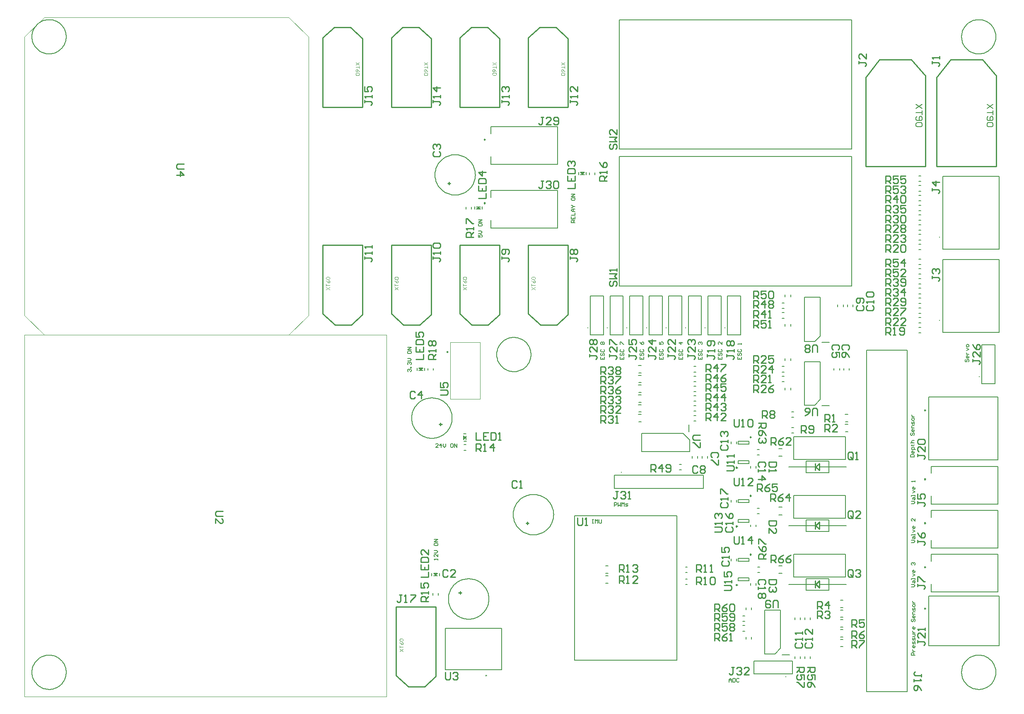
<source format=gto>
G04 Layer_Color=65535*
%FSLAX25Y25*%
%MOIN*%
G70*
G01*
G75*
%ADD22C,0.01000*%
%ADD53C,0.01000*%
%ADD54C,0.00787*%
%ADD55C,0.00984*%
%ADD56C,0.00787*%
%ADD57C,0.00700*%
%ADD58C,0.00500*%
%ADD59C,0.00394*%
D22*
X449063Y421842D02*
X448496D01*
X449063D01*
X330953Y98811D02*
X330385D01*
X330953D01*
X365481Y393315D02*
X364913D01*
X365481D01*
X354229Y208622D02*
X353661D01*
X354229D01*
X319142Y264165D02*
X318574D01*
X319142D01*
X713633Y513126D02*
X724787Y500126D01*
X687941Y513126D02*
X713633D01*
X676787Y498846D02*
X687941Y513126D01*
X676787Y427126D02*
Y498846D01*
Y427126D02*
X724787D01*
Y500126D01*
X770720Y513126D02*
X781874Y500126D01*
X745028Y513126D02*
X770720D01*
X733874Y498846D02*
X745028Y513126D01*
X733874Y427126D02*
Y498846D01*
Y427126D02*
X781874D01*
Y500126D01*
X262119Y539186D02*
X271905Y530140D01*
X249110Y539186D02*
X262119D01*
X239906Y530677D02*
X249110Y539186D01*
X239906Y474686D02*
Y530677D01*
Y474686D02*
X271905D01*
Y530140D01*
X317237Y539186D02*
X327024Y530140D01*
X304228Y539186D02*
X317237D01*
X295024Y530677D02*
X304228Y539186D01*
X295024Y474686D02*
Y530677D01*
Y474686D02*
X327024D01*
Y530140D01*
X372355Y539185D02*
X382142Y530139D01*
X359346Y539185D02*
X372355D01*
X350142Y530676D02*
X359346Y539185D01*
X350142Y474685D02*
Y530676D01*
Y474685D02*
X382142D01*
Y530139D01*
X427473Y539185D02*
X437260Y530139D01*
X414464Y539185D02*
X427473D01*
X405260Y530676D02*
X414464Y539185D01*
X405260Y474685D02*
Y530676D01*
Y474685D02*
X437260D01*
Y530139D01*
X239906Y308444D02*
X249692Y299398D01*
X262701D01*
X271905Y307907D01*
Y363898D01*
X239906D02*
X271905D01*
X239906Y308444D02*
Y363898D01*
X295024Y308443D02*
X304810Y299397D01*
X317819D01*
X327024Y307906D01*
Y363897D01*
X295024D02*
X327024D01*
X295024Y308443D02*
Y363897D01*
X350142Y308443D02*
X359928Y299397D01*
X372937D01*
X382142Y307906D01*
Y363897D01*
X350142D02*
X382142D01*
X350142Y308443D02*
Y363897D01*
X405260Y308444D02*
X415046Y299398D01*
X428056D01*
X437260Y307907D01*
Y363898D01*
X405260D02*
X437260D01*
X405260Y308444D02*
Y363898D01*
X340394Y413386D02*
X342520D01*
X341457Y412323D02*
Y414449D01*
X403386Y139764D02*
X405512D01*
X404449Y138701D02*
Y140827D01*
X298961Y17105D02*
X308747Y8059D01*
X321756D01*
X330961Y16568D01*
Y72559D01*
X298961D02*
X330961D01*
X298961Y17105D02*
Y72559D01*
X636336Y135064D02*
Y140694D01*
X636936Y138146D02*
X639456Y140666D01*
Y135076D02*
Y140666D01*
X636936Y137595D02*
X639456Y135076D01*
X636336Y182308D02*
Y187938D01*
X636936Y185390D02*
X639456Y187910D01*
Y182320D02*
Y187910D01*
X636936Y184839D02*
X639456Y182320D01*
X636336Y87820D02*
Y93450D01*
X636936Y90902D02*
X639456Y93422D01*
Y87831D02*
Y93422D01*
X636936Y90351D02*
X639456Y87831D01*
X350394Y82677D02*
Y84803D01*
X349331Y83740D02*
X351457D01*
X334646Y218347D02*
Y220472D01*
X333583Y219409D02*
X335709D01*
X721470Y16198D02*
Y18198D01*
Y17198D01*
X716472D01*
X715473Y18198D01*
Y19197D01*
X716472Y20197D01*
X715473Y14199D02*
Y12200D01*
Y13199D01*
X721470D01*
X720471Y14199D01*
X721470Y5202D02*
X720471Y7201D01*
X718471Y9200D01*
X716472D01*
X715473Y8201D01*
Y6201D01*
X716472Y5202D01*
X717472D01*
X718471Y6201D01*
Y9200D01*
X562900Y85630D02*
X567898D01*
X568898Y86630D01*
Y88629D01*
X567898Y89629D01*
X562900D01*
X568898Y91628D02*
Y93627D01*
Y92628D01*
X562900D01*
X563899Y91628D01*
X562900Y100625D02*
Y96626D01*
X565899D01*
X564899Y98626D01*
Y99625D01*
X565899Y100625D01*
X567898D01*
X568898Y99625D01*
Y97626D01*
X567898Y96626D01*
X570866Y129030D02*
Y124031D01*
X571866Y123031D01*
X573865D01*
X574865Y124031D01*
Y129030D01*
X576864Y123031D02*
X578864D01*
X577864D01*
Y129030D01*
X576864Y128030D01*
X584862Y123031D02*
Y129030D01*
X581863Y126031D01*
X585861D01*
X555026Y132874D02*
X560024D01*
X561024Y133874D01*
Y135873D01*
X560024Y136873D01*
X555026D01*
X561024Y138872D02*
Y140871D01*
Y139872D01*
X555026D01*
X556025Y138872D01*
Y143870D02*
X555026Y144870D01*
Y146870D01*
X556025Y147869D01*
X557025D01*
X558025Y146870D01*
Y145870D01*
Y146870D01*
X559024Y147869D01*
X560024D01*
X561024Y146870D01*
Y144870D01*
X560024Y143870D01*
X570866Y176274D02*
Y171275D01*
X571866Y170276D01*
X573865D01*
X574865Y171275D01*
Y176274D01*
X576864Y170276D02*
X578864D01*
X577864D01*
Y176274D01*
X576864Y175274D01*
X585861Y170276D02*
X581863D01*
X585861Y174274D01*
Y175274D01*
X584862Y176274D01*
X582862D01*
X581863Y175274D01*
X564868Y182087D02*
X569867D01*
X570866Y183086D01*
Y185086D01*
X569867Y186085D01*
X564868D01*
X570866Y188085D02*
Y190084D01*
Y189084D01*
X564868D01*
X565868Y188085D01*
X570866Y193083D02*
Y195082D01*
Y194083D01*
X564868D01*
X565868Y193083D01*
X570866Y223518D02*
Y218519D01*
X571866Y217520D01*
X573865D01*
X574865Y218519D01*
Y223518D01*
X576864Y217520D02*
X578864D01*
X577864D01*
Y223518D01*
X576864Y222518D01*
X581863D02*
X582862Y223518D01*
X584862D01*
X585861Y222518D01*
Y218519D01*
X584862Y217520D01*
X582862D01*
X581863Y218519D01*
Y222518D01*
X606299Y71758D02*
Y76756D01*
X605300Y77756D01*
X603300D01*
X602301Y76756D01*
Y71758D01*
X600301Y76756D02*
X599301Y77756D01*
X597302D01*
X596302Y76756D01*
Y72758D01*
X597302Y71758D01*
X599301D01*
X600301Y72758D01*
Y73757D01*
X599301Y74757D01*
X596302D01*
X637795Y277467D02*
Y282465D01*
X636796Y283465D01*
X634796D01*
X633797Y282465D01*
Y277467D01*
X631797Y278466D02*
X630797Y277467D01*
X628798D01*
X627799Y278466D01*
Y279466D01*
X628798Y280466D01*
X627799Y281465D01*
Y282465D01*
X628798Y283465D01*
X630797D01*
X631797Y282465D01*
Y281465D01*
X630797Y280466D01*
X631797Y279466D01*
Y278466D01*
X630797Y280466D02*
X628798D01*
X543400Y210630D02*
X538401D01*
X537402Y209630D01*
Y207631D01*
X538401Y206631D01*
X543400D01*
Y204632D02*
Y200633D01*
X542400D01*
X538401Y204632D01*
X537402D01*
X637795Y226285D02*
Y231284D01*
X636796Y232283D01*
X634796D01*
X633797Y231284D01*
Y226285D01*
X627799D02*
X629798Y227285D01*
X631797Y229284D01*
Y231284D01*
X630797Y232283D01*
X628798D01*
X627799Y231284D01*
Y230284D01*
X628798Y229284D01*
X631797D01*
X334553Y243110D02*
X339551D01*
X340551Y244110D01*
Y246109D01*
X339551Y247109D01*
X334553D01*
Y253107D02*
Y249108D01*
X337552D01*
X336553Y251108D01*
Y252107D01*
X337552Y253107D01*
X339551D01*
X340551Y252107D01*
Y250108D01*
X339551Y249108D01*
X128045Y429134D02*
X123047D01*
X122047Y428134D01*
Y426135D01*
X123047Y425135D01*
X128045D01*
X122047Y420137D02*
X128045D01*
X125046Y423136D01*
Y419137D01*
X338583Y19778D02*
Y14779D01*
X339582Y13780D01*
X341582D01*
X342581Y14779D01*
Y19778D01*
X344581Y18778D02*
X345580Y19778D01*
X347580D01*
X348579Y18778D01*
Y17778D01*
X347580Y16779D01*
X346580D01*
X347580D01*
X348579Y15779D01*
Y14779D01*
X347580Y13780D01*
X345580D01*
X344581Y14779D01*
X159541Y149606D02*
X154543D01*
X153543Y148607D01*
Y146607D01*
X154543Y145608D01*
X159541D01*
X153543Y139610D02*
Y143608D01*
X157542Y139610D01*
X158542D01*
X159541Y140609D01*
Y142609D01*
X158542Y143608D01*
X444882Y144108D02*
Y139110D01*
X445882Y138110D01*
X447881D01*
X448881Y139110D01*
Y144108D01*
X450880Y138110D02*
X452879D01*
X451880D01*
Y144108D01*
X450880Y143109D01*
X471380Y444944D02*
X470380Y443944D01*
Y441945D01*
X471380Y440945D01*
X472379D01*
X473379Y441945D01*
Y443944D01*
X474379Y444944D01*
X475378D01*
X476378Y443944D01*
Y441945D01*
X475378Y440945D01*
X470380Y446943D02*
X476378D01*
X474379Y448942D01*
X476378Y450942D01*
X470380D01*
X476378Y456940D02*
Y452941D01*
X472379Y456940D01*
X471380D01*
X470380Y455940D01*
Y453941D01*
X471380Y452941D01*
Y334707D02*
X470380Y333708D01*
Y331708D01*
X471380Y330709D01*
X472379D01*
X473379Y331708D01*
Y333708D01*
X474379Y334707D01*
X475378D01*
X476378Y333708D01*
Y331708D01*
X475378Y330709D01*
X470380Y336707D02*
X476378D01*
X474379Y338706D01*
X476378Y340705D01*
X470380D01*
X476378Y342705D02*
Y344704D01*
Y343705D01*
X470380D01*
X471380Y342705D01*
X596457Y111221D02*
X590459D01*
Y114219D01*
X591458Y115219D01*
X593458D01*
X594457Y114219D01*
Y111221D01*
Y113220D02*
X596457Y115219D01*
X590459Y121217D02*
X591458Y119218D01*
X593458Y117218D01*
X595457D01*
X596457Y118218D01*
Y120218D01*
X595457Y121217D01*
X594457D01*
X593458Y120218D01*
Y117218D01*
X590459Y123217D02*
Y127215D01*
X591458D01*
X595457Y123217D01*
X596457D01*
X600394Y108268D02*
Y114266D01*
X603393D01*
X604392Y113266D01*
Y111267D01*
X603393Y110267D01*
X600394D01*
X602393D02*
X604392Y108268D01*
X610391Y114266D02*
X608391Y113266D01*
X606392Y111267D01*
Y109267D01*
X607391Y108268D01*
X609391D01*
X610391Y109267D01*
Y110267D01*
X609391Y111267D01*
X606392D01*
X616389Y114266D02*
X614389Y113266D01*
X612390Y111267D01*
Y109267D01*
X613389Y108268D01*
X615389D01*
X616389Y109267D01*
Y110267D01*
X615389Y111267D01*
X612390D01*
X589567Y165354D02*
Y171352D01*
X592566D01*
X593566Y170353D01*
Y168353D01*
X592566Y167354D01*
X589567D01*
X591566D02*
X593566Y165354D01*
X599564Y171352D02*
X597564Y170353D01*
X595565Y168353D01*
Y166354D01*
X596565Y165354D01*
X598564D01*
X599564Y166354D01*
Y167354D01*
X598564Y168353D01*
X595565D01*
X605562Y171352D02*
X601563D01*
Y168353D01*
X603562Y169353D01*
X604562D01*
X605562Y168353D01*
Y166354D01*
X604562Y165354D01*
X602563D01*
X601563Y166354D01*
X600236Y157480D02*
Y163478D01*
X603235D01*
X604235Y162479D01*
Y160479D01*
X603235Y159480D01*
X600236D01*
X602236D02*
X604235Y157480D01*
X610233Y163478D02*
X608234Y162479D01*
X606234Y160479D01*
Y158480D01*
X607234Y157480D01*
X609233D01*
X610233Y158480D01*
Y159480D01*
X609233Y160479D01*
X606234D01*
X615231Y157480D02*
Y163478D01*
X612232Y160479D01*
X616231D01*
X590551Y220472D02*
X596549D01*
Y217473D01*
X595550Y216474D01*
X593550D01*
X592551Y217473D01*
Y220472D01*
Y218473D02*
X590551Y216474D01*
X596549Y210476D02*
X595550Y212475D01*
X593550Y214474D01*
X591551D01*
X590551Y213475D01*
Y211475D01*
X591551Y210476D01*
X592551D01*
X593550Y211475D01*
Y214474D01*
X595550Y208476D02*
X596549Y207477D01*
Y205477D01*
X595550Y204478D01*
X594550D01*
X593550Y205477D01*
Y206477D01*
Y205477D01*
X592551Y204478D01*
X591551D01*
X590551Y205477D01*
Y207477D01*
X591551Y208476D01*
X600394Y202756D02*
Y208754D01*
X603393D01*
X604392Y207754D01*
Y205755D01*
X603393Y204755D01*
X600394D01*
X602393D02*
X604392Y202756D01*
X610391Y208754D02*
X608391Y207754D01*
X606392Y205755D01*
Y203756D01*
X607391Y202756D01*
X609391D01*
X610391Y203756D01*
Y204755D01*
X609391Y205755D01*
X606392D01*
X616389Y202756D02*
X612390D01*
X616389Y206755D01*
Y207754D01*
X615389Y208754D01*
X613389D01*
X612390Y207754D01*
X555118Y45276D02*
Y51274D01*
X558117D01*
X559117Y50274D01*
Y48275D01*
X558117Y47275D01*
X555118D01*
X557118D02*
X559117Y45276D01*
X565115Y51274D02*
X563116Y50274D01*
X561116Y48275D01*
Y46275D01*
X562116Y45276D01*
X564115D01*
X565115Y46275D01*
Y47275D01*
X564115Y48275D01*
X561116D01*
X567114Y45276D02*
X569114D01*
X568114D01*
Y51274D01*
X567114Y50274D01*
X555118Y68898D02*
Y74896D01*
X558117D01*
X559117Y73896D01*
Y71897D01*
X558117Y70897D01*
X555118D01*
X557118D02*
X559117Y68898D01*
X565115Y74896D02*
X563116Y73896D01*
X561116Y71897D01*
Y69897D01*
X562116Y68898D01*
X564115D01*
X565115Y69897D01*
Y70897D01*
X564115Y71897D01*
X561116D01*
X567114Y73896D02*
X568114Y74896D01*
X570113D01*
X571113Y73896D01*
Y69897D01*
X570113Y68898D01*
X568114D01*
X567114Y69897D01*
Y73896D01*
X555118Y61024D02*
Y67022D01*
X558117D01*
X559117Y66022D01*
Y64023D01*
X558117Y63023D01*
X555118D01*
X557118D02*
X559117Y61024D01*
X565115Y67022D02*
X561116D01*
Y64023D01*
X563116Y65022D01*
X564115D01*
X565115Y64023D01*
Y62023D01*
X564115Y61024D01*
X562116D01*
X561116Y62023D01*
X567114D02*
X568114Y61024D01*
X570113D01*
X571113Y62023D01*
Y66022D01*
X570113Y67022D01*
X568114D01*
X567114Y66022D01*
Y65022D01*
X568114Y64023D01*
X571113D01*
X555118Y53150D02*
Y59148D01*
X558117D01*
X559117Y58148D01*
Y56149D01*
X558117Y55149D01*
X555118D01*
X557118D02*
X559117Y53150D01*
X565115Y59148D02*
X561116D01*
Y56149D01*
X563116Y57148D01*
X564115D01*
X565115Y56149D01*
Y54149D01*
X564115Y53150D01*
X562116D01*
X561116Y54149D01*
X567114Y58148D02*
X568114Y59148D01*
X570113D01*
X571113Y58148D01*
Y57148D01*
X570113Y56149D01*
X571113Y55149D01*
Y54149D01*
X570113Y53150D01*
X568114D01*
X567114Y54149D01*
Y55149D01*
X568114Y56149D01*
X567114Y57148D01*
Y58148D01*
X568114Y56149D02*
X570113D01*
X621063Y23622D02*
X627061D01*
Y20623D01*
X626061Y19623D01*
X624062D01*
X623062Y20623D01*
Y23622D01*
Y21623D02*
X621063Y19623D01*
X627061Y13625D02*
Y17624D01*
X624062D01*
X625062Y15625D01*
Y14625D01*
X624062Y13625D01*
X622063D01*
X621063Y14625D01*
Y16624D01*
X622063Y17624D01*
X627061Y11626D02*
Y7627D01*
X626061D01*
X622063Y11626D01*
X621063D01*
X629921Y23622D02*
X635919D01*
Y20623D01*
X634920Y19623D01*
X632920D01*
X631921Y20623D01*
Y23622D01*
Y21623D02*
X629921Y19623D01*
X635919Y13625D02*
Y17624D01*
X632920D01*
X633920Y15625D01*
Y14625D01*
X632920Y13625D01*
X630921D01*
X629921Y14625D01*
Y16624D01*
X630921Y17624D01*
X635919Y7627D02*
X634920Y9627D01*
X632920Y11626D01*
X630921D01*
X629921Y10626D01*
Y8627D01*
X630921Y7627D01*
X631921D01*
X632920Y8627D01*
Y11626D01*
X692913Y413386D02*
Y419384D01*
X695912D01*
X696912Y418384D01*
Y416385D01*
X695912Y415385D01*
X692913D01*
X694913D02*
X696912Y413386D01*
X702910Y419384D02*
X698911D01*
Y416385D01*
X700911Y417384D01*
X701910D01*
X702910Y416385D01*
Y414386D01*
X701910Y413386D01*
X699911D01*
X698911Y414386D01*
X708908Y419384D02*
X704910D01*
Y416385D01*
X706909Y417384D01*
X707908D01*
X708908Y416385D01*
Y414386D01*
X707908Y413386D01*
X705909D01*
X704910Y414386D01*
X692913Y346457D02*
Y352455D01*
X695912D01*
X696912Y351455D01*
Y349456D01*
X695912Y348456D01*
X692913D01*
X694913D02*
X696912Y346457D01*
X702910Y352455D02*
X698911D01*
Y349456D01*
X700911Y350455D01*
X701910D01*
X702910Y349456D01*
Y347456D01*
X701910Y346457D01*
X699911D01*
X698911Y347456D01*
X707908Y346457D02*
Y352455D01*
X704910Y349456D01*
X708908D01*
X692913Y405512D02*
Y411510D01*
X695912D01*
X696912Y410510D01*
Y408511D01*
X695912Y407511D01*
X692913D01*
X694913D02*
X696912Y405512D01*
X702910Y411510D02*
X698911D01*
Y408511D01*
X700911Y409511D01*
X701910D01*
X702910Y408511D01*
Y406511D01*
X701910Y405512D01*
X699911D01*
X698911Y406511D01*
X704910Y410510D02*
X705909Y411510D01*
X707908D01*
X708908Y410510D01*
Y409511D01*
X707908Y408511D01*
X706909D01*
X707908D01*
X708908Y407511D01*
Y406511D01*
X707908Y405512D01*
X705909D01*
X704910Y406511D01*
X692913Y338583D02*
Y344581D01*
X695912D01*
X696912Y343581D01*
Y341582D01*
X695912Y340582D01*
X692913D01*
X694913D02*
X696912Y338583D01*
X702910Y344581D02*
X698911D01*
Y341582D01*
X700911Y342581D01*
X701910D01*
X702910Y341582D01*
Y339582D01*
X701910Y338583D01*
X699911D01*
X698911Y339582D01*
X708908Y338583D02*
X704910D01*
X708908Y342581D01*
Y343581D01*
X707908Y344581D01*
X705909D01*
X704910Y343581D01*
X586614Y297244D02*
Y303242D01*
X589613D01*
X590613Y302242D01*
Y300243D01*
X589613Y299243D01*
X586614D01*
X588614D02*
X590613Y297244D01*
X596611Y303242D02*
X592612D01*
Y300243D01*
X594612Y301243D01*
X595611D01*
X596611Y300243D01*
Y298244D01*
X595611Y297244D01*
X593612D01*
X592612Y298244D01*
X598610Y297244D02*
X600610D01*
X599610D01*
Y303242D01*
X598610Y302242D01*
X586614Y320866D02*
Y326864D01*
X589613D01*
X590613Y325865D01*
Y323865D01*
X589613Y322866D01*
X586614D01*
X588614D02*
X590613Y320866D01*
X596611Y326864D02*
X592612D01*
Y323865D01*
X594612Y324865D01*
X595611D01*
X596611Y323865D01*
Y321866D01*
X595611Y320866D01*
X593612D01*
X592612Y321866D01*
X598610Y325865D02*
X599610Y326864D01*
X601609D01*
X602609Y325865D01*
Y321866D01*
X601609Y320866D01*
X599610D01*
X598610Y321866D01*
Y325865D01*
X503937Y181102D02*
Y187100D01*
X506936D01*
X507936Y186101D01*
Y184101D01*
X506936Y183102D01*
X503937D01*
X505936D02*
X507936Y181102D01*
X512934D02*
Y187100D01*
X509935Y184101D01*
X513934D01*
X515933Y182102D02*
X516933Y181102D01*
X518932D01*
X519932Y182102D01*
Y186101D01*
X518932Y187100D01*
X516933D01*
X515933Y186101D01*
Y185101D01*
X516933Y184101D01*
X519932D01*
X586614Y312992D02*
Y318990D01*
X589613D01*
X590613Y317990D01*
Y315991D01*
X589613Y314991D01*
X586614D01*
X588614D02*
X590613Y312992D01*
X595611D02*
Y318990D01*
X592612Y315991D01*
X596611D01*
X598610Y317990D02*
X599610Y318990D01*
X601609D01*
X602609Y317990D01*
Y316991D01*
X601609Y315991D01*
X602609Y314991D01*
Y313992D01*
X601609Y312992D01*
X599610D01*
X598610Y313992D01*
Y314991D01*
X599610Y315991D01*
X598610Y316991D01*
Y317990D01*
X599610Y315991D02*
X601609D01*
X548228Y261811D02*
Y267809D01*
X551227D01*
X552227Y266809D01*
Y264810D01*
X551227Y263810D01*
X548228D01*
X550228D02*
X552227Y261811D01*
X557225D02*
Y267809D01*
X554226Y264810D01*
X558225D01*
X560224Y267809D02*
X564223D01*
Y266809D01*
X560224Y262811D01*
Y261811D01*
X548228Y253937D02*
Y259935D01*
X551227D01*
X552227Y258935D01*
Y256936D01*
X551227Y255936D01*
X548228D01*
X550228D02*
X552227Y253937D01*
X557225D02*
Y259935D01*
X554226Y256936D01*
X558225D01*
X564223Y259935D02*
X562224Y258935D01*
X560224Y256936D01*
Y254937D01*
X561224Y253937D01*
X563224D01*
X564223Y254937D01*
Y255936D01*
X563224Y256936D01*
X560224D01*
X548228Y246063D02*
Y252061D01*
X551227D01*
X552227Y251061D01*
Y249062D01*
X551227Y248062D01*
X548228D01*
X550228D02*
X552227Y246063D01*
X557225D02*
Y252061D01*
X554226Y249062D01*
X558225D01*
X564223Y252061D02*
X560224D01*
Y249062D01*
X562224Y250062D01*
X563224D01*
X564223Y249062D01*
Y247063D01*
X563224Y246063D01*
X561224D01*
X560224Y247063D01*
X548228Y238189D02*
Y244187D01*
X551227D01*
X552227Y243187D01*
Y241188D01*
X551227Y240188D01*
X548228D01*
X550228D02*
X552227Y238189D01*
X557225D02*
Y244187D01*
X554226Y241188D01*
X558225D01*
X563224Y238189D02*
Y244187D01*
X560224Y241188D01*
X564223D01*
X548228Y230315D02*
Y236313D01*
X551227D01*
X552227Y235313D01*
Y233314D01*
X551227Y232314D01*
X548228D01*
X550228D02*
X552227Y230315D01*
X557225D02*
Y236313D01*
X554226Y233314D01*
X558225D01*
X560224Y235313D02*
X561224Y236313D01*
X563224D01*
X564223Y235313D01*
Y234314D01*
X563224Y233314D01*
X562224D01*
X563224D01*
X564223Y232314D01*
Y231315D01*
X563224Y230315D01*
X561224D01*
X560224Y231315D01*
X548228Y222441D02*
Y228439D01*
X551227D01*
X552227Y227439D01*
Y225440D01*
X551227Y224440D01*
X548228D01*
X550228D02*
X552227Y222441D01*
X557225D02*
Y228439D01*
X554226Y225440D01*
X558225D01*
X564223Y222441D02*
X560224D01*
X564223Y226440D01*
Y227439D01*
X563224Y228439D01*
X561224D01*
X560224Y227439D01*
X586614Y305118D02*
Y311116D01*
X589613D01*
X590613Y310117D01*
Y308117D01*
X589613Y307118D01*
X586614D01*
X588614D02*
X590613Y305118D01*
X595611D02*
Y311116D01*
X592612Y308117D01*
X596611D01*
X598610Y305118D02*
X600610D01*
X599610D01*
Y311116D01*
X598610Y310117D01*
X692913Y397638D02*
Y403636D01*
X695912D01*
X696912Y402636D01*
Y400637D01*
X695912Y399637D01*
X692913D01*
X694913D02*
X696912Y397638D01*
X701910D02*
Y403636D01*
X698911Y400637D01*
X702910D01*
X704910Y402636D02*
X705909Y403636D01*
X707908D01*
X708908Y402636D01*
Y398638D01*
X707908Y397638D01*
X705909D01*
X704910Y398638D01*
Y402636D01*
X692913Y330709D02*
Y336707D01*
X695912D01*
X696912Y335707D01*
Y333708D01*
X695912Y332708D01*
X692913D01*
X694913D02*
X696912Y330709D01*
X698911Y335707D02*
X699911Y336707D01*
X701910D01*
X702910Y335707D01*
Y334707D01*
X701910Y333708D01*
X700911D01*
X701910D01*
X702910Y332708D01*
Y331708D01*
X701910Y330709D01*
X699911D01*
X698911Y331708D01*
X704910D02*
X705909Y330709D01*
X707908D01*
X708908Y331708D01*
Y335707D01*
X707908Y336707D01*
X705909D01*
X704910Y335707D01*
Y334707D01*
X705909Y333708D01*
X708908D01*
X463583Y259842D02*
Y265841D01*
X466582D01*
X467581Y264841D01*
Y262842D01*
X466582Y261842D01*
X463583D01*
X465582D02*
X467581Y259842D01*
X469581Y264841D02*
X470580Y265841D01*
X472580D01*
X473579Y264841D01*
Y263841D01*
X472580Y262842D01*
X471580D01*
X472580D01*
X473579Y261842D01*
Y260842D01*
X472580Y259842D01*
X470580D01*
X469581Y260842D01*
X475579Y264841D02*
X476579Y265841D01*
X478578D01*
X479577Y264841D01*
Y263841D01*
X478578Y262842D01*
X479577Y261842D01*
Y260842D01*
X478578Y259842D01*
X476579D01*
X475579Y260842D01*
Y261842D01*
X476579Y262842D01*
X475579Y263841D01*
Y264841D01*
X476579Y262842D02*
X478578D01*
X463583Y251969D02*
Y257967D01*
X466582D01*
X467581Y256967D01*
Y254967D01*
X466582Y253968D01*
X463583D01*
X465582D02*
X467581Y251969D01*
X469581Y256967D02*
X470580Y257967D01*
X472580D01*
X473579Y256967D01*
Y255967D01*
X472580Y254967D01*
X471580D01*
X472580D01*
X473579Y253968D01*
Y252968D01*
X472580Y251969D01*
X470580D01*
X469581Y252968D01*
X475579Y257967D02*
X479577D01*
Y256967D01*
X475579Y252968D01*
Y251969D01*
X463583Y244094D02*
Y250093D01*
X466582D01*
X467581Y249093D01*
Y247094D01*
X466582Y246094D01*
X463583D01*
X465582D02*
X467581Y244094D01*
X469581Y249093D02*
X470580Y250093D01*
X472580D01*
X473579Y249093D01*
Y248093D01*
X472580Y247094D01*
X471580D01*
X472580D01*
X473579Y246094D01*
Y245094D01*
X472580Y244094D01*
X470580D01*
X469581Y245094D01*
X479577Y250093D02*
X477578Y249093D01*
X475579Y247094D01*
Y245094D01*
X476579Y244094D01*
X478578D01*
X479577Y245094D01*
Y246094D01*
X478578Y247094D01*
X475579D01*
X692913Y389764D02*
Y395762D01*
X695912D01*
X696912Y394762D01*
Y392763D01*
X695912Y391763D01*
X692913D01*
X694913D02*
X696912Y389764D01*
X698911Y394762D02*
X699911Y395762D01*
X701910D01*
X702910Y394762D01*
Y393762D01*
X701910Y392763D01*
X700911D01*
X701910D01*
X702910Y391763D01*
Y390763D01*
X701910Y389764D01*
X699911D01*
X698911Y390763D01*
X708908Y395762D02*
X704910D01*
Y392763D01*
X706909Y393762D01*
X707908D01*
X708908Y392763D01*
Y390763D01*
X707908Y389764D01*
X705909D01*
X704910Y390763D01*
X692913Y322835D02*
Y328833D01*
X695912D01*
X696912Y327833D01*
Y325834D01*
X695912Y324834D01*
X692913D01*
X694913D02*
X696912Y322835D01*
X698911Y327833D02*
X699911Y328833D01*
X701910D01*
X702910Y327833D01*
Y326833D01*
X701910Y325834D01*
X700911D01*
X701910D01*
X702910Y324834D01*
Y323834D01*
X701910Y322835D01*
X699911D01*
X698911Y323834D01*
X707908Y322835D02*
Y328833D01*
X704910Y325834D01*
X708908D01*
X463583Y236221D02*
Y242218D01*
X466582D01*
X467581Y241219D01*
Y239219D01*
X466582Y238220D01*
X463583D01*
X465582D02*
X467581Y236221D01*
X469581Y241219D02*
X470580Y242218D01*
X472580D01*
X473579Y241219D01*
Y240219D01*
X472580Y239219D01*
X471580D01*
X472580D01*
X473579Y238220D01*
Y237220D01*
X472580Y236221D01*
X470580D01*
X469581Y237220D01*
X475579Y241219D02*
X476579Y242218D01*
X478578D01*
X479577Y241219D01*
Y240219D01*
X478578Y239219D01*
X477578D01*
X478578D01*
X479577Y238220D01*
Y237220D01*
X478578Y236221D01*
X476579D01*
X475579Y237220D01*
X463583Y228346D02*
Y234345D01*
X466582D01*
X467581Y233345D01*
Y231346D01*
X466582Y230346D01*
X463583D01*
X465582D02*
X467581Y228346D01*
X469581Y233345D02*
X470580Y234345D01*
X472580D01*
X473579Y233345D01*
Y232345D01*
X472580Y231346D01*
X471580D01*
X472580D01*
X473579Y230346D01*
Y229346D01*
X472580Y228346D01*
X470580D01*
X469581Y229346D01*
X479577Y228346D02*
X475579D01*
X479577Y232345D01*
Y233345D01*
X478578Y234345D01*
X476579D01*
X475579Y233345D01*
X463583Y220472D02*
Y226470D01*
X466582D01*
X467581Y225471D01*
Y223471D01*
X466582Y222472D01*
X463583D01*
X465582D02*
X467581Y220472D01*
X469581Y225471D02*
X470580Y226470D01*
X472580D01*
X473579Y225471D01*
Y224471D01*
X472580Y223471D01*
X471580D01*
X472580D01*
X473579Y222472D01*
Y221472D01*
X472580Y220472D01*
X470580D01*
X469581Y221472D01*
X475579Y220472D02*
X477578D01*
X476579D01*
Y226470D01*
X475579Y225471D01*
X692913Y381890D02*
Y387888D01*
X695912D01*
X696912Y386888D01*
Y384889D01*
X695912Y383889D01*
X692913D01*
X694913D02*
X696912Y381890D01*
X698911Y386888D02*
X699911Y387888D01*
X701910D01*
X702910Y386888D01*
Y385889D01*
X701910Y384889D01*
X700911D01*
X701910D01*
X702910Y383889D01*
Y382889D01*
X701910Y381890D01*
X699911D01*
X698911Y382889D01*
X704910Y386888D02*
X705909Y387888D01*
X707908D01*
X708908Y386888D01*
Y382889D01*
X707908Y381890D01*
X705909D01*
X704910Y382889D01*
Y386888D01*
X692913Y314961D02*
Y320959D01*
X695912D01*
X696912Y319959D01*
Y317960D01*
X695912Y316960D01*
X692913D01*
X694913D02*
X696912Y314961D01*
X702910D02*
X698911D01*
X702910Y318959D01*
Y319959D01*
X701910Y320959D01*
X699911D01*
X698911Y319959D01*
X704910Y315960D02*
X705909Y314961D01*
X707908D01*
X708908Y315960D01*
Y319959D01*
X707908Y320959D01*
X705909D01*
X704910Y319959D01*
Y318959D01*
X705909Y317960D01*
X708908D01*
X692913Y374016D02*
Y380014D01*
X695912D01*
X696912Y379014D01*
Y377015D01*
X695912Y376015D01*
X692913D01*
X694913D02*
X696912Y374016D01*
X702910D02*
X698911D01*
X702910Y378014D01*
Y379014D01*
X701910Y380014D01*
X699911D01*
X698911Y379014D01*
X704910D02*
X705909Y380014D01*
X707908D01*
X708908Y379014D01*
Y378014D01*
X707908Y377015D01*
X708908Y376015D01*
Y375015D01*
X707908Y374016D01*
X705909D01*
X704910Y375015D01*
Y376015D01*
X705909Y377015D01*
X704910Y378014D01*
Y379014D01*
X705909Y377015D02*
X707908D01*
X692913Y307087D02*
Y313085D01*
X695912D01*
X696912Y312085D01*
Y310086D01*
X695912Y309086D01*
X692913D01*
X694913D02*
X696912Y307087D01*
X702910D02*
X698911D01*
X702910Y311085D01*
Y312085D01*
X701910Y313085D01*
X699911D01*
X698911Y312085D01*
X704910Y313085D02*
X708908D01*
Y312085D01*
X704910Y308086D01*
Y307087D01*
X586614Y245079D02*
Y251077D01*
X589613D01*
X590613Y250077D01*
Y248078D01*
X589613Y247078D01*
X586614D01*
X588614D02*
X590613Y245079D01*
X596611D02*
X592612D01*
X596611Y249077D01*
Y250077D01*
X595611Y251077D01*
X593612D01*
X592612Y250077D01*
X602609Y251077D02*
X600610Y250077D01*
X598610Y248078D01*
Y246078D01*
X599610Y245079D01*
X601609D01*
X602609Y246078D01*
Y247078D01*
X601609Y248078D01*
X598610D01*
X586614Y268701D02*
Y274699D01*
X589613D01*
X590613Y273699D01*
Y271700D01*
X589613Y270700D01*
X586614D01*
X588614D02*
X590613Y268701D01*
X596611D02*
X592612D01*
X596611Y272699D01*
Y273699D01*
X595611Y274699D01*
X593612D01*
X592612Y273699D01*
X602609Y274699D02*
X598610D01*
Y271700D01*
X600610Y272699D01*
X601609D01*
X602609Y271700D01*
Y269701D01*
X601609Y268701D01*
X599610D01*
X598610Y269701D01*
X586614Y260827D02*
Y266825D01*
X589613D01*
X590613Y265825D01*
Y263826D01*
X589613Y262826D01*
X586614D01*
X588614D02*
X590613Y260827D01*
X596611D02*
X592612D01*
X596611Y264826D01*
Y265825D01*
X595611Y266825D01*
X593612D01*
X592612Y265825D01*
X601609Y260827D02*
Y266825D01*
X598610Y263826D01*
X602609D01*
X692913Y366142D02*
Y372140D01*
X695912D01*
X696912Y371140D01*
Y369141D01*
X695912Y368141D01*
X692913D01*
X694913D02*
X696912Y366142D01*
X702910D02*
X698911D01*
X702910Y370140D01*
Y371140D01*
X701910Y372140D01*
X699911D01*
X698911Y371140D01*
X704910D02*
X705909Y372140D01*
X707908D01*
X708908Y371140D01*
Y370140D01*
X707908Y369141D01*
X706909D01*
X707908D01*
X708908Y368141D01*
Y367141D01*
X707908Y366142D01*
X705909D01*
X704910Y367141D01*
X692913Y299213D02*
Y305211D01*
X695912D01*
X696912Y304211D01*
Y302212D01*
X695912Y301212D01*
X692913D01*
X694913D02*
X696912Y299213D01*
X702910D02*
X698911D01*
X702910Y303211D01*
Y304211D01*
X701910Y305211D01*
X699911D01*
X698911Y304211D01*
X708908Y299213D02*
X704910D01*
X708908Y303211D01*
Y304211D01*
X707908Y305211D01*
X705909D01*
X704910Y304211D01*
X586614Y252953D02*
Y258951D01*
X589613D01*
X590613Y257951D01*
Y255952D01*
X589613Y254952D01*
X586614D01*
X588614D02*
X590613Y252953D01*
X596611D02*
X592612D01*
X596611Y256951D01*
Y257951D01*
X595611Y258951D01*
X593612D01*
X592612Y257951D01*
X598610Y252953D02*
X600610D01*
X599610D01*
Y258951D01*
X598610Y257951D01*
X692913Y358268D02*
Y364266D01*
X695912D01*
X696912Y363266D01*
Y361267D01*
X695912Y360267D01*
X692913D01*
X694913D02*
X696912Y358268D01*
X702910D02*
X698911D01*
X702910Y362266D01*
Y363266D01*
X701910Y364266D01*
X699911D01*
X698911Y363266D01*
X704910D02*
X705909Y364266D01*
X707908D01*
X708908Y363266D01*
Y359267D01*
X707908Y358268D01*
X705909D01*
X704910Y359267D01*
Y363266D01*
X692913Y291339D02*
Y297337D01*
X695912D01*
X696912Y296337D01*
Y294338D01*
X695912Y293338D01*
X692913D01*
X694913D02*
X696912Y291339D01*
X698911D02*
X700911D01*
X699911D01*
Y297337D01*
X698911Y296337D01*
X703910Y292338D02*
X704910Y291339D01*
X706909D01*
X707908Y292338D01*
Y296337D01*
X706909Y297337D01*
X704910D01*
X703910Y296337D01*
Y295337D01*
X704910Y294338D01*
X707908D01*
X330709Y271654D02*
X324711D01*
Y274653D01*
X325710Y275652D01*
X327710D01*
X328709Y274653D01*
Y271654D01*
Y273653D02*
X330709Y275652D01*
Y277652D02*
Y279651D01*
Y278651D01*
X324711D01*
X325710Y277652D01*
Y282650D02*
X324711Y283650D01*
Y285649D01*
X325710Y286649D01*
X326710D01*
X327710Y285649D01*
X328709Y286649D01*
X329709D01*
X330709Y285649D01*
Y283650D01*
X329709Y282650D01*
X328709D01*
X327710Y283650D01*
X326710Y282650D01*
X325710D01*
X327710Y283650D02*
Y285649D01*
X361221Y370079D02*
X355222D01*
Y373078D01*
X356222Y374077D01*
X358221D01*
X359221Y373078D01*
Y370079D01*
Y372078D02*
X361221Y374077D01*
Y376077D02*
Y378076D01*
Y377077D01*
X355222D01*
X356222Y376077D01*
X355222Y381075D02*
Y385074D01*
X356222D01*
X360221Y381075D01*
X361221D01*
X468504Y415354D02*
X462506D01*
Y418353D01*
X463506Y419353D01*
X465505D01*
X466505Y418353D01*
Y415354D01*
Y417354D02*
X468504Y419353D01*
Y421352D02*
Y423352D01*
Y422352D01*
X462506D01*
X463506Y421352D01*
X462506Y430349D02*
X463506Y428350D01*
X465505Y426351D01*
X467504D01*
X468504Y427351D01*
Y429350D01*
X467504Y430349D01*
X466505D01*
X465505Y429350D01*
Y426351D01*
X324803Y76772D02*
X318805D01*
Y79771D01*
X319805Y80770D01*
X321804D01*
X322804Y79771D01*
Y76772D01*
Y78771D02*
X324803Y80770D01*
Y82770D02*
Y84769D01*
Y83769D01*
X318805D01*
X319805Y82770D01*
X318805Y91767D02*
Y87768D01*
X321804D01*
X320804Y89767D01*
Y90767D01*
X321804Y91767D01*
X323803D01*
X324803Y90767D01*
Y88768D01*
X323803Y87768D01*
X363189Y197835D02*
Y203833D01*
X366188D01*
X367188Y202833D01*
Y200834D01*
X366188Y199834D01*
X363189D01*
X365188D02*
X367188Y197835D01*
X369187D02*
X371186D01*
X370187D01*
Y203833D01*
X369187Y202833D01*
X377185Y197835D02*
Y203833D01*
X374185Y200834D01*
X378184D01*
X478346Y100394D02*
Y106392D01*
X481346D01*
X482345Y105392D01*
Y103393D01*
X481346Y102393D01*
X478346D01*
X480346D02*
X482345Y100394D01*
X484344D02*
X486344D01*
X485344D01*
Y106392D01*
X484344Y105392D01*
X489343D02*
X490343Y106392D01*
X492342D01*
X493342Y105392D01*
Y104392D01*
X492342Y103393D01*
X491342D01*
X492342D01*
X493342Y102393D01*
Y101393D01*
X492342Y100394D01*
X490343D01*
X489343Y101393D01*
X478346Y91535D02*
Y97534D01*
X481346D01*
X482345Y96534D01*
Y94534D01*
X481346Y93535D01*
X478346D01*
X480346D02*
X482345Y91535D01*
X484344D02*
X486344D01*
X485344D01*
Y97534D01*
X484344Y96534D01*
X493342Y91535D02*
X489343D01*
X493342Y95534D01*
Y96534D01*
X492342Y97534D01*
X490343D01*
X489343Y96534D01*
X540354Y100394D02*
Y106392D01*
X543353D01*
X544353Y105392D01*
Y103393D01*
X543353Y102393D01*
X540354D01*
X542354D02*
X544353Y100394D01*
X546352D02*
X548352D01*
X547352D01*
Y106392D01*
X546352Y105392D01*
X551351Y100394D02*
X553350D01*
X552351D01*
Y106392D01*
X551351Y105392D01*
X540354Y90551D02*
Y96549D01*
X543353D01*
X544353Y95550D01*
Y93550D01*
X543353Y92550D01*
X540354D01*
X542354D02*
X544353Y90551D01*
X546352D02*
X548352D01*
X547352D01*
Y96549D01*
X546352Y95550D01*
X551351D02*
X552351Y96549D01*
X554350D01*
X555349Y95550D01*
Y91551D01*
X554350Y90551D01*
X552351D01*
X551351Y91551D01*
Y95550D01*
X625000Y212598D02*
Y218597D01*
X627999D01*
X628999Y217597D01*
Y215598D01*
X627999Y214598D01*
X625000D01*
X626999D02*
X628999Y212598D01*
X630998Y213598D02*
X631998Y212598D01*
X633997D01*
X634997Y213598D01*
Y217597D01*
X633997Y218597D01*
X631998D01*
X630998Y217597D01*
Y216597D01*
X631998Y215598D01*
X634997D01*
X593504Y224410D02*
Y230408D01*
X596503D01*
X597503Y229408D01*
Y227409D01*
X596503Y226409D01*
X593504D01*
X595503D02*
X597503Y224410D01*
X599502Y229408D02*
X600502Y230408D01*
X602501D01*
X603501Y229408D01*
Y228408D01*
X602501Y227409D01*
X603501Y226409D01*
Y225409D01*
X602501Y224410D01*
X600502D01*
X599502Y225409D01*
Y226409D01*
X600502Y227409D01*
X599502Y228408D01*
Y229408D01*
X600502Y227409D02*
X602501D01*
X665354Y39370D02*
Y45368D01*
X668353D01*
X669353Y44368D01*
Y42369D01*
X668353Y41369D01*
X665354D01*
X667354D02*
X669353Y39370D01*
X671352Y45368D02*
X675351D01*
Y44368D01*
X671352Y40370D01*
Y39370D01*
X665354Y47244D02*
Y53242D01*
X668353D01*
X669353Y52242D01*
Y50243D01*
X668353Y49243D01*
X665354D01*
X667354D02*
X669353Y47244D01*
X675351Y53242D02*
X673352Y52242D01*
X671352Y50243D01*
Y48244D01*
X672352Y47244D01*
X674351D01*
X675351Y48244D01*
Y49243D01*
X674351Y50243D01*
X671352D01*
X665354Y56102D02*
Y62100D01*
X668353D01*
X669353Y61101D01*
Y59101D01*
X668353Y58102D01*
X665354D01*
X667354D02*
X669353Y56102D01*
X675351Y62100D02*
X671352D01*
Y59101D01*
X673352Y60101D01*
X674351D01*
X675351Y59101D01*
Y57102D01*
X674351Y56102D01*
X672352D01*
X671352Y57102D01*
X637795Y70866D02*
Y76864D01*
X640794D01*
X641794Y75864D01*
Y73865D01*
X640794Y72865D01*
X637795D01*
X639795D02*
X641794Y70866D01*
X646792D02*
Y76864D01*
X643793Y73865D01*
X647792D01*
X637795Y62992D02*
Y68990D01*
X640794D01*
X641794Y67990D01*
Y65991D01*
X640794Y64991D01*
X637795D01*
X639795D02*
X641794Y62992D01*
X643793Y67990D02*
X644793Y68990D01*
X646792D01*
X647792Y67990D01*
Y66991D01*
X646792Y65991D01*
X645793D01*
X646792D01*
X647792Y64991D01*
Y63992D01*
X646792Y62992D01*
X644793D01*
X643793Y63992D01*
X643701Y213583D02*
Y219581D01*
X646700D01*
X647699Y218581D01*
Y216582D01*
X646700Y215582D01*
X643701D01*
X645700D02*
X647699Y213583D01*
X653698D02*
X649699D01*
X653698Y217581D01*
Y218581D01*
X652698Y219581D01*
X650699D01*
X649699Y218581D01*
X643701Y221457D02*
Y227455D01*
X646700D01*
X647699Y226455D01*
Y224456D01*
X646700Y223456D01*
X643701D01*
X645700D02*
X647699Y221457D01*
X649699D02*
X651698D01*
X650699D01*
Y227455D01*
X649699Y226455D01*
X666400Y97456D02*
Y101455D01*
X665401Y102455D01*
X663401D01*
X662402Y101455D01*
Y97456D01*
X663401Y96457D01*
X665401D01*
X664401Y98456D02*
X666400Y96457D01*
X665401D02*
X666400Y97456D01*
X668400Y101455D02*
X669399Y102455D01*
X671399D01*
X672398Y101455D01*
Y100455D01*
X671399Y99456D01*
X670399D01*
X671399D01*
X672398Y98456D01*
Y97456D01*
X671399Y96457D01*
X669399D01*
X668400Y97456D01*
X666400Y144701D02*
Y148699D01*
X665401Y149699D01*
X663401D01*
X662402Y148699D01*
Y144701D01*
X663401Y143701D01*
X665401D01*
X664401Y145700D02*
X666400Y143701D01*
X665401D02*
X666400Y144701D01*
X672398Y143701D02*
X668400D01*
X672398Y147699D01*
Y148699D01*
X671399Y149699D01*
X669399D01*
X668400Y148699D01*
X666400Y191945D02*
Y195943D01*
X665401Y196943D01*
X663401D01*
X662402Y195943D01*
Y191945D01*
X663401Y190945D01*
X665401D01*
X664401Y192944D02*
X666400Y190945D01*
X665401D02*
X666400Y191945D01*
X668400Y190945D02*
X670399D01*
X669399D01*
Y196943D01*
X668400Y195943D01*
X314868Y271654D02*
X320866D01*
Y275652D01*
X314868Y281650D02*
Y277652D01*
X320866D01*
Y281650D01*
X317867Y277652D02*
Y279651D01*
X314868Y283650D02*
X320866D01*
Y286649D01*
X319866Y287648D01*
X315868D01*
X314868Y286649D01*
Y283650D01*
Y293646D02*
Y289648D01*
X317867D01*
X316867Y291647D01*
Y292647D01*
X317867Y293646D01*
X319866D01*
X320866Y292647D01*
Y290647D01*
X319866Y289648D01*
X365065Y401575D02*
X371063D01*
Y405574D01*
X365065Y411572D02*
Y407573D01*
X371063D01*
Y411572D01*
X368064Y407573D02*
Y409572D01*
X365065Y413571D02*
X371063D01*
Y416570D01*
X370063Y417570D01*
X366065D01*
X365065Y416570D01*
Y413571D01*
X371063Y422568D02*
X365065D01*
X368064Y419569D01*
Y423568D01*
X436915Y409449D02*
X442913D01*
Y413448D01*
X436915Y419446D02*
Y415447D01*
X442913D01*
Y419446D01*
X439914Y415447D02*
Y417446D01*
X436915Y421445D02*
X442913D01*
Y424444D01*
X441914Y425444D01*
X437915D01*
X436915Y424444D01*
Y421445D01*
X437915Y427443D02*
X436915Y428443D01*
Y430442D01*
X437915Y431442D01*
X438915D01*
X439914Y430442D01*
Y429442D01*
Y430442D01*
X440914Y431442D01*
X441914D01*
X442913Y430442D01*
Y428443D01*
X441914Y427443D01*
X318805Y96457D02*
X324803D01*
Y100455D01*
X318805Y106454D02*
Y102455D01*
X324803D01*
Y106454D01*
X321804Y102455D02*
Y104454D01*
X318805Y108453D02*
X324803D01*
Y111452D01*
X323803Y112452D01*
X319805D01*
X318805Y111452D01*
Y108453D01*
X324803Y118450D02*
Y114451D01*
X320804Y118450D01*
X319805D01*
X318805Y117450D01*
Y115451D01*
X319805Y114451D01*
X363189Y212691D02*
Y206693D01*
X367188D01*
X373186Y212691D02*
X369187D01*
Y206693D01*
X373186D01*
X369187Y209692D02*
X371186D01*
X375185Y212691D02*
Y206693D01*
X378184D01*
X379184Y207693D01*
Y211691D01*
X378184Y212691D01*
X375185D01*
X381183Y206693D02*
X383183D01*
X382183D01*
Y212691D01*
X381183Y211691D01*
X570928Y23715D02*
X568928D01*
X569928D01*
Y18716D01*
X568928Y17717D01*
X567929D01*
X566929Y18716D01*
X572927Y22715D02*
X573927Y23715D01*
X575926D01*
X576926Y22715D01*
Y21715D01*
X575926Y20716D01*
X574927D01*
X575926D01*
X576926Y19716D01*
Y18716D01*
X575926Y17717D01*
X573927D01*
X572927Y18716D01*
X582924Y17717D02*
X578925D01*
X582924Y21715D01*
Y22715D01*
X581924Y23715D01*
X579925D01*
X578925Y22715D01*
X477424Y165447D02*
X475424D01*
X476424D01*
Y160449D01*
X475424Y159449D01*
X474425D01*
X473425Y160449D01*
X479423Y164447D02*
X480423Y165447D01*
X482422D01*
X483422Y164447D01*
Y163447D01*
X482422Y162448D01*
X481423D01*
X482422D01*
X483422Y161448D01*
Y160449D01*
X482422Y159449D01*
X480423D01*
X479423Y160449D01*
X485421Y159449D02*
X487421D01*
X486421D01*
Y165447D01*
X485421Y164447D01*
X417384Y415447D02*
X415385D01*
X416385D01*
Y410449D01*
X415385Y409449D01*
X414386D01*
X413386Y410449D01*
X419384Y414447D02*
X420384Y415447D01*
X422383D01*
X423383Y414447D01*
Y413448D01*
X422383Y412448D01*
X421383D01*
X422383D01*
X423383Y411448D01*
Y410449D01*
X422383Y409449D01*
X420384D01*
X419384Y410449D01*
X425382Y414447D02*
X426382Y415447D01*
X428381D01*
X429381Y414447D01*
Y410449D01*
X428381Y409449D01*
X426382D01*
X425382Y410449D01*
Y414447D01*
X417384Y466628D02*
X415385D01*
X416385D01*
Y461630D01*
X415385Y460630D01*
X414386D01*
X413386Y461630D01*
X423383Y460630D02*
X419384D01*
X423383Y464629D01*
Y465628D01*
X422383Y466628D01*
X420384D01*
X419384Y465628D01*
X425382Y461630D02*
X426382Y460630D01*
X428381D01*
X429381Y461630D01*
Y465628D01*
X428381Y466628D01*
X426382D01*
X425382Y465628D01*
Y464629D01*
X426382Y463629D01*
X429381D01*
X454632Y275652D02*
Y273653D01*
Y274653D01*
X459630D01*
X460630Y273653D01*
Y272653D01*
X459630Y271654D01*
X460630Y281650D02*
Y277652D01*
X456631Y281650D01*
X455631D01*
X454632Y280651D01*
Y278651D01*
X455631Y277652D01*
Y283650D02*
X454632Y284649D01*
Y286649D01*
X455631Y287648D01*
X456631D01*
X457631Y286649D01*
X458631Y287648D01*
X459630D01*
X460630Y286649D01*
Y284649D01*
X459630Y283650D01*
X458631D01*
X457631Y284649D01*
X456631Y283650D01*
X455631D01*
X457631Y284649D02*
Y286649D01*
X470380Y275652D02*
Y273653D01*
Y274653D01*
X475378D01*
X476378Y273653D01*
Y272653D01*
X475378Y271654D01*
X476378Y281650D02*
Y277652D01*
X472379Y281650D01*
X471380D01*
X470380Y280651D01*
Y278651D01*
X471380Y277652D01*
X470380Y283650D02*
Y287648D01*
X471380D01*
X475378Y283650D01*
X476378D01*
X762703Y271715D02*
Y269716D01*
Y270716D01*
X767701D01*
X768701Y269716D01*
Y268716D01*
X767701Y267717D01*
X768701Y277713D02*
Y273715D01*
X764702Y277713D01*
X763702D01*
X762703Y276714D01*
Y274714D01*
X763702Y273715D01*
X762703Y283711D02*
X763702Y281712D01*
X765702Y279713D01*
X767701D01*
X768701Y280712D01*
Y282712D01*
X767701Y283711D01*
X766701D01*
X765702Y282712D01*
Y279713D01*
X486128Y275652D02*
Y273653D01*
Y274653D01*
X491126D01*
X492126Y273653D01*
Y272653D01*
X491126Y271654D01*
X492126Y281650D02*
Y277652D01*
X488127Y281650D01*
X487128D01*
X486128Y280651D01*
Y278651D01*
X487128Y277652D01*
X486128Y287648D02*
Y283650D01*
X489127D01*
X488127Y285649D01*
Y286649D01*
X489127Y287648D01*
X491126D01*
X492126Y286649D01*
Y284649D01*
X491126Y283650D01*
X501876Y275652D02*
Y273653D01*
Y274653D01*
X506874D01*
X507874Y273653D01*
Y272653D01*
X506874Y271654D01*
X507874Y281650D02*
Y277652D01*
X503875Y281650D01*
X502876D01*
X501876Y280651D01*
Y278651D01*
X502876Y277652D01*
X507874Y286649D02*
X501876D01*
X504875Y283650D01*
Y287648D01*
X533372Y275652D02*
Y273653D01*
Y274653D01*
X538370D01*
X539370Y273653D01*
Y272653D01*
X538370Y271654D01*
X539370Y281650D02*
Y277652D01*
X535371Y281650D01*
X534372D01*
X533372Y280651D01*
Y278651D01*
X534372Y277652D01*
Y283650D02*
X533372Y284649D01*
Y286649D01*
X534372Y287648D01*
X535371D01*
X536371Y286649D01*
Y285649D01*
Y286649D01*
X537371Y287648D01*
X538370D01*
X539370Y286649D01*
Y284649D01*
X538370Y283650D01*
X517624Y275652D02*
Y273653D01*
Y274653D01*
X522622D01*
X523622Y273653D01*
Y272653D01*
X522622Y271654D01*
X523622Y281650D02*
Y277652D01*
X519623Y281650D01*
X518624D01*
X517624Y280651D01*
Y278651D01*
X518624Y277652D01*
X523622Y287648D02*
Y283650D01*
X519623Y287648D01*
X518624D01*
X517624Y286649D01*
Y284649D01*
X518624Y283650D01*
X718411Y45495D02*
Y43495D01*
Y44495D01*
X723410D01*
X724409Y43495D01*
Y42496D01*
X723410Y41496D01*
X724409Y51493D02*
Y47494D01*
X720411Y51493D01*
X719411D01*
X718411Y50493D01*
Y48494D01*
X719411Y47494D01*
X724409Y53492D02*
Y55492D01*
Y54492D01*
X718411D01*
X719411Y53492D01*
X718411Y195416D02*
Y193417D01*
Y194416D01*
X723410D01*
X724409Y193417D01*
Y192417D01*
X723410Y191417D01*
X724409Y201414D02*
Y197415D01*
X720411Y201414D01*
X719411D01*
X718411Y200414D01*
Y198415D01*
X719411Y197415D01*
Y203413D02*
X718411Y204413D01*
Y206413D01*
X719411Y207412D01*
X723410D01*
X724409Y206413D01*
Y204413D01*
X723410Y203413D01*
X719411D01*
X549120Y275652D02*
Y273653D01*
Y274653D01*
X554118D01*
X555118Y273653D01*
Y272653D01*
X554118Y271654D01*
X555118Y277652D02*
Y279651D01*
Y278651D01*
X549120D01*
X550120Y277652D01*
X554118Y282650D02*
X555118Y283650D01*
Y285649D01*
X554118Y286649D01*
X550120D01*
X549120Y285649D01*
Y283650D01*
X550120Y282650D01*
X551119D01*
X552119Y283650D01*
Y286649D01*
X564868Y275652D02*
Y273653D01*
Y274653D01*
X569866D01*
X570866Y273653D01*
Y272653D01*
X569866Y271654D01*
X570866Y277652D02*
Y279651D01*
Y278651D01*
X564868D01*
X565868Y277652D01*
Y282650D02*
X564868Y283650D01*
Y285649D01*
X565868Y286649D01*
X566867D01*
X567867Y285649D01*
X568867Y286649D01*
X569866D01*
X570866Y285649D01*
Y283650D01*
X569866Y282650D01*
X568867D01*
X567867Y283650D01*
X566867Y282650D01*
X565868D01*
X567867Y283650D02*
Y285649D01*
X303473Y82073D02*
X301474D01*
X302474D01*
Y77074D01*
X301474Y76075D01*
X300475D01*
X299475Y77074D01*
X305473Y76075D02*
X307472D01*
X306472D01*
Y82073D01*
X305473Y81073D01*
X310471Y82073D02*
X314470D01*
Y81073D01*
X310471Y77074D01*
Y76075D01*
X273530Y480377D02*
Y478377D01*
Y479377D01*
X278528D01*
X279528Y478377D01*
Y477378D01*
X278528Y476378D01*
X279528Y482376D02*
Y484375D01*
Y483376D01*
X273530D01*
X274529Y482376D01*
X273530Y491373D02*
Y487374D01*
X276529D01*
X275529Y489374D01*
Y490373D01*
X276529Y491373D01*
X278528D01*
X279528Y490373D01*
Y488374D01*
X278528Y487374D01*
X328648Y480377D02*
Y478377D01*
Y479377D01*
X333646D01*
X334646Y478377D01*
Y477378D01*
X333646Y476378D01*
X334646Y482376D02*
Y484375D01*
Y483376D01*
X328648D01*
X329647Y482376D01*
X334646Y490373D02*
X328648D01*
X331647Y487374D01*
Y491373D01*
X383766Y480377D02*
Y478377D01*
Y479377D01*
X388764D01*
X389764Y478377D01*
Y477378D01*
X388764Y476378D01*
X389764Y482376D02*
Y484375D01*
Y483376D01*
X383766D01*
X384765Y482376D01*
Y487374D02*
X383766Y488374D01*
Y490373D01*
X384765Y491373D01*
X385765D01*
X386765Y490373D01*
Y489374D01*
Y490373D01*
X387764Y491373D01*
X388764D01*
X389764Y490373D01*
Y488374D01*
X388764Y487374D01*
X438884Y480377D02*
Y478377D01*
Y479377D01*
X443882D01*
X444882Y478377D01*
Y477378D01*
X443882Y476378D01*
X444882Y482376D02*
Y484375D01*
Y483376D01*
X438884D01*
X439884Y482376D01*
X444882Y491373D02*
Y487374D01*
X440883Y491373D01*
X439884D01*
X438884Y490373D01*
Y488374D01*
X439884Y487374D01*
X273530Y354392D02*
Y352393D01*
Y353393D01*
X278528D01*
X279528Y352393D01*
Y351393D01*
X278528Y350394D01*
X279528Y356392D02*
Y358391D01*
Y357391D01*
X273530D01*
X274529Y356392D01*
X279528Y361390D02*
Y363389D01*
Y362390D01*
X273530D01*
X274529Y361390D01*
X328648Y354392D02*
Y352393D01*
Y353393D01*
X333646D01*
X334646Y352393D01*
Y351393D01*
X333646Y350394D01*
X334646Y356392D02*
Y358391D01*
Y357391D01*
X328648D01*
X329647Y356392D01*
Y361390D02*
X328648Y362390D01*
Y364389D01*
X329647Y365389D01*
X333646D01*
X334646Y364389D01*
Y362390D01*
X333646Y361390D01*
X329647D01*
X383766Y354392D02*
Y352393D01*
Y353393D01*
X388764D01*
X389764Y352393D01*
Y351393D01*
X388764Y350394D01*
Y356392D02*
X389764Y357391D01*
Y359391D01*
X388764Y360390D01*
X384765D01*
X383766Y359391D01*
Y357391D01*
X384765Y356392D01*
X385765D01*
X386765Y357391D01*
Y360390D01*
X438884Y354392D02*
Y352393D01*
Y353393D01*
X443882D01*
X444882Y352393D01*
Y351393D01*
X443882Y350394D01*
X439884Y356392D02*
X438884Y357391D01*
Y359391D01*
X439884Y360390D01*
X440883D01*
X441883Y359391D01*
X442882Y360390D01*
X443882D01*
X444882Y359391D01*
Y357391D01*
X443882Y356392D01*
X442882D01*
X441883Y357391D01*
X440883Y356392D01*
X439884D01*
X441883Y357391D02*
Y359391D01*
X718411Y90613D02*
Y88613D01*
Y89613D01*
X723410D01*
X724409Y88613D01*
Y87614D01*
X723410Y86614D01*
X718411Y92612D02*
Y96611D01*
X719411D01*
X723410Y92612D01*
X724409D01*
X718411Y126046D02*
Y124047D01*
Y125046D01*
X723410D01*
X724409Y124047D01*
Y123047D01*
X723410Y122047D01*
X718411Y132044D02*
X719411Y130045D01*
X721410Y128045D01*
X723410D01*
X724409Y129045D01*
Y131044D01*
X723410Y132044D01*
X722410D01*
X721410Y131044D01*
Y128045D01*
X718411Y157542D02*
Y155543D01*
Y156542D01*
X723410D01*
X724409Y155543D01*
Y154543D01*
X723410Y153543D01*
X718411Y163540D02*
Y159541D01*
X721410D01*
X720411Y161541D01*
Y162540D01*
X721410Y163540D01*
X723410D01*
X724409Y162540D01*
Y160541D01*
X723410Y159541D01*
X730222Y409511D02*
Y407511D01*
Y408511D01*
X735221D01*
X736221Y407511D01*
Y406511D01*
X735221Y405512D01*
X736221Y414509D02*
X730222D01*
X733221Y411510D01*
Y415509D01*
X730222Y338644D02*
Y336645D01*
Y337645D01*
X735221D01*
X736221Y336645D01*
Y335645D01*
X735221Y334646D01*
X731222Y340644D02*
X730222Y341643D01*
Y343643D01*
X731222Y344642D01*
X732222D01*
X733221Y343643D01*
Y342643D01*
Y343643D01*
X734221Y344642D01*
X735221D01*
X736221Y343643D01*
Y341643D01*
X735221Y340644D01*
X671167Y511873D02*
Y509873D01*
Y510873D01*
X676166D01*
X677165Y509873D01*
Y508874D01*
X676166Y507874D01*
X677165Y517871D02*
Y513872D01*
X673167Y517871D01*
X672167D01*
X671167Y516871D01*
Y514872D01*
X672167Y513872D01*
X730222Y511873D02*
Y509873D01*
Y510873D01*
X735221D01*
X736221Y509873D01*
Y508874D01*
X735221Y507874D01*
X736221Y513872D02*
Y515871D01*
Y514872D01*
X730222D01*
X731222Y513872D01*
X604817Y94488D02*
X598819D01*
Y91489D01*
X599819Y90490D01*
X603817D01*
X604817Y91489D01*
Y94488D01*
X603817Y88490D02*
X604817Y87490D01*
Y85491D01*
X603817Y84491D01*
X602818D01*
X601818Y85491D01*
Y86491D01*
Y85491D01*
X600818Y84491D01*
X599819D01*
X598819Y85491D01*
Y87490D01*
X599819Y88490D01*
X604817Y141732D02*
X598819D01*
Y138733D01*
X599819Y137734D01*
X603817D01*
X604817Y138733D01*
Y141732D01*
X598819Y131736D02*
Y135734D01*
X602818Y131736D01*
X603817D01*
X604817Y132735D01*
Y134734D01*
X603817Y135734D01*
X604817Y188976D02*
X598819D01*
Y185977D01*
X599819Y184978D01*
X603817D01*
X604817Y185977D01*
Y188976D01*
X598819Y182978D02*
Y180979D01*
Y181979D01*
X604817D01*
X603817Y182978D01*
X595235Y90490D02*
X596234Y91489D01*
Y93489D01*
X595235Y94488D01*
X591236D01*
X590236Y93489D01*
Y91489D01*
X591236Y90490D01*
X590236Y88490D02*
Y86491D01*
Y87490D01*
X596234D01*
X595235Y88490D01*
Y83492D02*
X596234Y82492D01*
Y80493D01*
X595235Y79493D01*
X594235D01*
X593235Y80493D01*
X592236Y79493D01*
X591236D01*
X590236Y80493D01*
Y82492D01*
X591236Y83492D01*
X592236D01*
X593235Y82492D01*
X594235Y83492D01*
X595235D01*
X593235Y82492D02*
Y80493D01*
X560947Y156558D02*
X559947Y155558D01*
Y153559D01*
X560947Y152559D01*
X564945D01*
X565945Y153559D01*
Y155558D01*
X564945Y156558D01*
X565945Y158557D02*
Y160556D01*
Y159557D01*
X559947D01*
X560947Y158557D01*
X559947Y163556D02*
Y167554D01*
X560947D01*
X564945Y163556D01*
X565945D01*
X564884Y136873D02*
X563884Y135873D01*
Y133874D01*
X564884Y132874D01*
X568882D01*
X569882Y133874D01*
Y135873D01*
X568882Y136873D01*
X569882Y138872D02*
Y140871D01*
Y139872D01*
X563884D01*
X564884Y138872D01*
X563884Y147869D02*
X564884Y145870D01*
X566883Y143870D01*
X568882D01*
X569882Y144870D01*
Y146870D01*
X568882Y147869D01*
X567882D01*
X566883Y146870D01*
Y143870D01*
X561931Y109314D02*
X560931Y108314D01*
Y106315D01*
X561931Y105315D01*
X565929D01*
X566929Y106315D01*
Y108314D01*
X565929Y109314D01*
X566929Y111313D02*
Y113312D01*
Y112313D01*
X560931D01*
X561931Y111313D01*
X560931Y120310D02*
Y116311D01*
X563930D01*
X562930Y118311D01*
Y119310D01*
X563930Y120310D01*
X565929D01*
X566929Y119310D01*
Y117311D01*
X565929Y116311D01*
X595235Y184978D02*
X596234Y185977D01*
Y187977D01*
X595235Y188976D01*
X591236D01*
X590236Y187977D01*
Y185977D01*
X591236Y184978D01*
X590236Y182978D02*
Y180979D01*
Y181979D01*
X596234D01*
X595235Y182978D01*
X590236Y174981D02*
X596234D01*
X593235Y177980D01*
Y173981D01*
X560947Y202818D02*
X559947Y201818D01*
Y199819D01*
X560947Y198819D01*
X564945D01*
X565945Y199819D01*
Y201818D01*
X564945Y202818D01*
X565945Y204817D02*
Y206816D01*
Y205817D01*
X559947D01*
X560947Y204817D01*
Y209815D02*
X559947Y210815D01*
Y212814D01*
X560947Y213814D01*
X561946D01*
X562946Y212814D01*
Y211815D01*
Y212814D01*
X563945Y213814D01*
X564945D01*
X565945Y212814D01*
Y210815D01*
X564945Y209815D01*
X628860Y43369D02*
X627860Y42369D01*
Y40370D01*
X628860Y39370D01*
X632859D01*
X633858Y40370D01*
Y42369D01*
X632859Y43369D01*
X633858Y45368D02*
Y47368D01*
Y46368D01*
X627860D01*
X628860Y45368D01*
X633858Y54365D02*
Y50366D01*
X629860Y54365D01*
X628860D01*
X627860Y53365D01*
Y51366D01*
X628860Y50366D01*
X620986Y43369D02*
X619986Y42369D01*
Y40370D01*
X620986Y39370D01*
X624985D01*
X625984Y40370D01*
Y42369D01*
X624985Y43369D01*
X625984Y45368D02*
Y47368D01*
Y46368D01*
X619986D01*
X620986Y45368D01*
X625984Y50366D02*
Y52366D01*
Y51366D01*
X619986D01*
X620986Y50366D01*
X678073Y315022D02*
X677073Y314023D01*
Y312023D01*
X678073Y311024D01*
X682071D01*
X683071Y312023D01*
Y314023D01*
X682071Y315022D01*
X683071Y317022D02*
Y319021D01*
Y318021D01*
X677073D01*
X678073Y317022D01*
Y322020D02*
X677073Y323020D01*
Y325019D01*
X678073Y326019D01*
X682071D01*
X683071Y325019D01*
Y323020D01*
X682071Y322020D01*
X678073D01*
X670198Y315022D02*
X669199Y314023D01*
Y312023D01*
X670198Y311024D01*
X674197D01*
X675197Y312023D01*
Y314023D01*
X674197Y315022D01*
Y317022D02*
X675197Y318021D01*
Y320021D01*
X674197Y321020D01*
X670198D01*
X669199Y320021D01*
Y318021D01*
X670198Y317022D01*
X671198D01*
X672198Y318021D01*
Y321020D01*
X541400Y185117D02*
X540401Y186116D01*
X538401D01*
X537402Y185117D01*
Y181118D01*
X538401Y180118D01*
X540401D01*
X541400Y181118D01*
X543400Y185117D02*
X544399Y186116D01*
X546399D01*
X547398Y185117D01*
Y184117D01*
X546399Y183117D01*
X547398Y182117D01*
Y181118D01*
X546399Y180118D01*
X544399D01*
X543400Y181118D01*
Y182117D01*
X544399Y183117D01*
X543400Y184117D01*
Y185117D01*
X544399Y183117D02*
X546399D01*
X557164Y192852D02*
X558163Y193851D01*
Y195851D01*
X557164Y196850D01*
X553165D01*
X552165Y195851D01*
Y193851D01*
X553165Y192852D01*
X558163Y190852D02*
Y186854D01*
X557164D01*
X553165Y190852D01*
X552165D01*
X662479Y279466D02*
X663478Y280466D01*
Y282465D01*
X662479Y283465D01*
X658480D01*
X657480Y282465D01*
Y280466D01*
X658480Y279466D01*
X663478Y273468D02*
X662479Y275467D01*
X660479Y277467D01*
X658480D01*
X657480Y276467D01*
Y274467D01*
X658480Y273468D01*
X659480D01*
X660479Y274467D01*
Y277467D01*
X654605Y279466D02*
X655604Y280466D01*
Y282465D01*
X654605Y283465D01*
X650606D01*
X649606Y282465D01*
Y280466D01*
X650606Y279466D01*
X655604Y273468D02*
Y277467D01*
X652605D01*
X653605Y275467D01*
Y274467D01*
X652605Y273468D01*
X650606D01*
X649606Y274467D01*
Y276467D01*
X650606Y277467D01*
X314038Y245156D02*
X313038Y246156D01*
X311039D01*
X310039Y245156D01*
Y241157D01*
X311039Y240158D01*
X313038D01*
X314038Y241157D01*
X319037Y240158D02*
Y246156D01*
X316037Y243157D01*
X320036D01*
X329647Y439038D02*
X328648Y438038D01*
Y436039D01*
X329647Y435039D01*
X333646D01*
X334646Y436039D01*
Y438038D01*
X333646Y439038D01*
X329647Y441037D02*
X328648Y442037D01*
Y444036D01*
X329647Y445036D01*
X330647D01*
X331647Y444036D01*
Y443037D01*
Y444036D01*
X332646Y445036D01*
X333646D01*
X334646Y444036D01*
Y442037D01*
X333646Y441037D01*
X340613Y101455D02*
X339613Y102455D01*
X337614D01*
X336614Y101455D01*
Y97456D01*
X337614Y96457D01*
X339613D01*
X340613Y97456D01*
X346611Y96457D02*
X342612D01*
X346611Y100455D01*
Y101455D01*
X345611Y102455D01*
X343612D01*
X342612Y101455D01*
X396099Y172990D02*
X395100Y173989D01*
X393101D01*
X392101Y172990D01*
Y168991D01*
X393101Y167991D01*
X395100D01*
X396099Y168991D01*
X398099Y167991D02*
X400098D01*
X399098D01*
Y173989D01*
X398099Y172990D01*
D53*
X612370Y16122D02*
D03*
X563374Y297087D02*
D03*
X547626D02*
D03*
X531878D02*
D03*
X516130D02*
D03*
X500382D02*
D03*
X484634D02*
D03*
X468886D02*
D03*
X453138D02*
D03*
X768098Y257716D02*
D03*
X736228Y370087D02*
D03*
X736228Y303157D02*
D03*
D54*
X781496Y531496D02*
X781460Y532490D01*
X781353Y533479D01*
X781174Y534458D01*
X780925Y535422D01*
X780607Y536365D01*
X780223Y537282D01*
X779772Y538169D01*
X779259Y539022D01*
X778686Y539835D01*
X778056Y540605D01*
X777372Y541327D01*
X776637Y541998D01*
X775856Y542615D01*
X775033Y543173D01*
X774171Y543670D01*
X773276Y544104D01*
X772351Y544473D01*
X771403Y544773D01*
X770435Y545005D01*
X769453Y545166D01*
X768463Y545255D01*
X767468Y545273D01*
X766474Y545220D01*
X765487Y545094D01*
X764512Y544898D01*
X763553Y544632D01*
X762616Y544297D01*
X761706Y543895D01*
X760827Y543430D01*
X759984Y542901D01*
X759181Y542313D01*
X758423Y541669D01*
X757713Y540972D01*
X757055Y540226D01*
X756453Y539434D01*
X755909Y538600D01*
X755428Y537730D01*
X755010Y536827D01*
X754658Y535896D01*
X754375Y534942D01*
X754161Y533970D01*
X754018Y532986D01*
X753946Y531993D01*
Y530999D01*
X754018Y530006D01*
X754161Y529022D01*
X754375Y528050D01*
X754658Y527096D01*
X755010Y526165D01*
X755428Y525262D01*
X755909Y524392D01*
X756453Y523559D01*
X757055Y522766D01*
X757713Y522020D01*
X758423Y521323D01*
X759181Y520679D01*
X759984Y520091D01*
X760827Y519563D01*
X761706Y519097D01*
X762616Y518695D01*
X763553Y518361D01*
X764512Y518094D01*
X765487Y517898D01*
X766474Y517773D01*
X767468Y517719D01*
X768463Y517737D01*
X769453Y517826D01*
X770435Y517987D01*
X771403Y518219D01*
X772351Y518519D01*
X773276Y518888D01*
X774171Y519322D01*
X775033Y519819D01*
X775856Y520377D01*
X776637Y520994D01*
X777372Y521665D01*
X778056Y522387D01*
X778686Y523157D01*
X779259Y523970D01*
X779772Y524823D01*
X780223Y525710D01*
X780607Y526628D01*
X780925Y527570D01*
X781174Y528534D01*
X781353Y529513D01*
X781460Y530502D01*
X781496Y531496D01*
Y19685D02*
X781460Y20679D01*
X781353Y21668D01*
X781174Y22647D01*
X780925Y23611D01*
X780607Y24553D01*
X780223Y25471D01*
X779772Y26358D01*
X779259Y27211D01*
X778686Y28024D01*
X778056Y28794D01*
X777372Y29516D01*
X776637Y30187D01*
X775856Y30804D01*
X775033Y31362D01*
X774171Y31859D01*
X773276Y32293D01*
X772351Y32662D01*
X771403Y32962D01*
X770435Y33194D01*
X769453Y33355D01*
X768463Y33444D01*
X767468Y33462D01*
X766474Y33408D01*
X765487Y33283D01*
X764512Y33087D01*
X763553Y32821D01*
X762616Y32486D01*
X761706Y32085D01*
X760827Y31618D01*
X759984Y31090D01*
X759181Y30503D01*
X758423Y29858D01*
X757713Y29161D01*
X757055Y28415D01*
X756453Y27623D01*
X755909Y26789D01*
X755428Y25919D01*
X755010Y25016D01*
X754658Y24085D01*
X754375Y23131D01*
X754161Y22160D01*
X754018Y21175D01*
X753946Y20182D01*
Y19188D01*
X754018Y18195D01*
X754161Y17211D01*
X754375Y16239D01*
X754658Y15285D01*
X755010Y14355D01*
X755428Y13452D01*
X755909Y12581D01*
X756453Y11748D01*
X757055Y10955D01*
X757713Y10209D01*
X758423Y9512D01*
X759181Y8868D01*
X759984Y8280D01*
X760827Y7752D01*
X761706Y7286D01*
X762616Y6884D01*
X763553Y6549D01*
X764512Y6283D01*
X765487Y6087D01*
X766474Y5962D01*
X767468Y5908D01*
X768463Y5926D01*
X769453Y6015D01*
X770435Y6176D01*
X771403Y6408D01*
X772351Y6708D01*
X773276Y7077D01*
X774171Y7511D01*
X775033Y8008D01*
X775856Y8567D01*
X776637Y9183D01*
X777372Y9854D01*
X778056Y10576D01*
X778686Y11346D01*
X779259Y12159D01*
X779772Y13012D01*
X780223Y13899D01*
X780607Y14817D01*
X780925Y15759D01*
X781174Y16723D01*
X781353Y17702D01*
X781460Y18691D01*
X781496Y19685D01*
X362697Y420276D02*
X362666Y421275D01*
X362574Y422271D01*
X362420Y423260D01*
X362206Y424237D01*
X361933Y425199D01*
X361600Y426142D01*
X361210Y427063D01*
X360765Y427959D01*
X360264Y428825D01*
X359712Y429659D01*
X359109Y430457D01*
X358458Y431216D01*
X357762Y431935D01*
X357023Y432608D01*
X356244Y433236D01*
X355427Y433813D01*
X354577Y434340D01*
X353696Y434813D01*
X352787Y435231D01*
X351854Y435593D01*
X350901Y435896D01*
X349931Y436140D01*
X348948Y436324D01*
X347955Y436447D01*
X346957Y436508D01*
X345957D01*
X344958Y436447D01*
X343966Y436324D01*
X342982Y436140D01*
X342012Y435896D01*
X341059Y435593D01*
X340126Y435231D01*
X339218Y434813D01*
X338337Y434340D01*
X337486Y433813D01*
X336670Y433236D01*
X335891Y432608D01*
X335151Y431935D01*
X334455Y431216D01*
X333804Y430457D01*
X333202Y429659D01*
X332649Y428825D01*
X332149Y427959D01*
X331703Y427063D01*
X331313Y426142D01*
X330981Y425199D01*
X330707Y424237D01*
X330493Y423260D01*
X330340Y422271D01*
X330247Y421275D01*
X330217Y420276D01*
X330247Y419276D01*
X330340Y418280D01*
X330493Y417291D01*
X330707Y416314D01*
X330981Y415352D01*
X331313Y414409D01*
X331703Y413488D01*
X332149Y412592D01*
X332649Y411726D01*
X333202Y410892D01*
X333804Y410094D01*
X334455Y409335D01*
X335151Y408617D01*
X335891Y407943D01*
X336670Y407316D01*
X337486Y406738D01*
X338337Y406211D01*
X339218Y405738D01*
X340127Y405320D01*
X341059Y404959D01*
X342012Y404655D01*
X342983Y404411D01*
X343966Y404228D01*
X344958Y404105D01*
X345957Y404043D01*
X346957D01*
X347955Y404105D01*
X348948Y404228D01*
X349931Y404411D01*
X350901Y404655D01*
X351854Y404959D01*
X352787Y405320D01*
X353696Y405738D01*
X354577Y406211D01*
X355427Y406738D01*
X356244Y407316D01*
X357023Y407943D01*
X357762Y408617D01*
X358458Y409335D01*
X359109Y410094D01*
X359712Y410892D01*
X360264Y411726D01*
X360765Y412593D01*
X361210Y413488D01*
X361600Y414409D01*
X361933Y415352D01*
X362206Y416315D01*
X362420Y417292D01*
X362574Y418280D01*
X362666Y419276D01*
X362697Y420276D01*
X425689Y146653D02*
X425658Y147653D01*
X425566Y148649D01*
X425413Y149638D01*
X425199Y150615D01*
X424925Y151577D01*
X424592Y152520D01*
X424202Y153441D01*
X423757Y154337D01*
X423256Y155203D01*
X422704Y156037D01*
X422101Y156835D01*
X421450Y157595D01*
X420754Y158312D01*
X420015Y158986D01*
X419236Y159614D01*
X418419Y160191D01*
X417569Y160718D01*
X416688Y161191D01*
X415779Y161609D01*
X414846Y161970D01*
X413893Y162274D01*
X412923Y162518D01*
X411940Y162701D01*
X410947Y162824D01*
X409949Y162886D01*
X408949D01*
X407950Y162824D01*
X406958Y162701D01*
X405974Y162518D01*
X405005Y162274D01*
X404051Y161970D01*
X403119Y161609D01*
X402210Y161191D01*
X401329Y160718D01*
X400478Y160191D01*
X399662Y159614D01*
X398883Y158986D01*
X398144Y158312D01*
X397447Y157595D01*
X396796Y156835D01*
X396194Y156037D01*
X395641Y155203D01*
X395141Y154337D01*
X394695Y153441D01*
X394305Y152520D01*
X393973Y151577D01*
X393699Y150615D01*
X393485Y149638D01*
X393332Y148649D01*
X393239Y147653D01*
X393209Y146653D01*
X393239Y145654D01*
X393332Y144658D01*
X393485Y143669D01*
X393699Y142692D01*
X393973Y141730D01*
X394305Y140787D01*
X394695Y139866D01*
X395141Y138970D01*
X395641Y138104D01*
X396194Y137270D01*
X396796Y136472D01*
X397447Y135713D01*
X398144Y134994D01*
X398883Y134321D01*
X399662Y133694D01*
X400478Y133116D01*
X401329Y132589D01*
X402210Y132116D01*
X403119Y131698D01*
X404051Y131336D01*
X405005Y131033D01*
X405975Y130789D01*
X406958Y130606D01*
X407950Y130483D01*
X408949Y130421D01*
X409949D01*
X410947Y130483D01*
X411940Y130606D01*
X412923Y130789D01*
X413893Y131033D01*
X414846Y131337D01*
X415779Y131698D01*
X416688Y132116D01*
X417569Y132589D01*
X418419Y133116D01*
X419236Y133694D01*
X420015Y134321D01*
X420754Y134995D01*
X421451Y135713D01*
X422101Y136472D01*
X422704Y137270D01*
X423256Y138104D01*
X423757Y138970D01*
X424202Y139866D01*
X424592Y140787D01*
X424925Y141730D01*
X425199Y142692D01*
X425413Y143669D01*
X425566Y144658D01*
X425658Y145654D01*
X425689Y146653D01*
X33465Y19685D02*
X33429Y20679D01*
X33321Y21668D01*
X33142Y22647D01*
X32894Y23611D01*
X32576Y24553D01*
X32191Y25471D01*
X31741Y26358D01*
X31228Y27211D01*
X30655Y28024D01*
X30024Y28794D01*
X29340Y29516D01*
X28606Y30187D01*
X27825Y30804D01*
X27001Y31362D01*
X26140Y31859D01*
X25244Y32293D01*
X24320Y32662D01*
X23371Y32962D01*
X22404Y33194D01*
X21422Y33355D01*
X20431Y33444D01*
X19436Y33462D01*
X18443Y33408D01*
X17456Y33283D01*
X16480Y33087D01*
X15522Y32821D01*
X14585Y32486D01*
X13674Y32085D01*
X12795Y31618D01*
X11952Y31090D01*
X11149Y30503D01*
X10391Y29858D01*
X9681Y29161D01*
X9024Y28415D01*
X8421Y27623D01*
X7878Y26789D01*
X7396Y25919D01*
X6978Y25016D01*
X6627Y24085D01*
X6343Y23131D01*
X6129Y22160D01*
X5986Y21175D01*
X5914Y20182D01*
Y19188D01*
X5986Y18195D01*
X6129Y17211D01*
X6343Y16239D01*
X6627Y15285D01*
X6978Y14355D01*
X7396Y13452D01*
X7878Y12581D01*
X8421Y11748D01*
X9023Y10955D01*
X9681Y10209D01*
X10391Y9512D01*
X11149Y8868D01*
X11952Y8280D01*
X12795Y7752D01*
X13674Y7286D01*
X14585Y6884D01*
X15522Y6549D01*
X16480Y6283D01*
X17456Y6087D01*
X18443Y5962D01*
X19436Y5908D01*
X20431Y5926D01*
X21422Y6015D01*
X22404Y6176D01*
X23371Y6408D01*
X24320Y6708D01*
X25244Y7077D01*
X26140Y7511D01*
X27001Y8008D01*
X27825Y8567D01*
X28606Y9183D01*
X29340Y9854D01*
X30024Y10576D01*
X30655Y11346D01*
X31228Y12159D01*
X31741Y13012D01*
X32191Y13899D01*
X32576Y14817D01*
X32894Y15759D01*
X33142Y16723D01*
X33321Y17702D01*
X33429Y18691D01*
X33465Y19685D01*
Y531496D02*
X33429Y532490D01*
X33321Y533479D01*
X33142Y534458D01*
X32894Y535422D01*
X32576Y536365D01*
X32191Y537282D01*
X31741Y538169D01*
X31228Y539022D01*
X30655Y539835D01*
X30024Y540605D01*
X29340Y541327D01*
X28606Y541998D01*
X27825Y542615D01*
X27001Y543173D01*
X26140Y543670D01*
X25244Y544104D01*
X24320Y544473D01*
X23371Y544773D01*
X22404Y545005D01*
X21422Y545166D01*
X20431Y545255D01*
X19436Y545273D01*
X18443Y545220D01*
X17456Y545094D01*
X16480Y544898D01*
X15522Y544632D01*
X14585Y544297D01*
X13674Y543895D01*
X12795Y543430D01*
X11952Y542901D01*
X11149Y542313D01*
X10391Y541669D01*
X9681Y540972D01*
X9024Y540226D01*
X8421Y539434D01*
X7878Y538600D01*
X7396Y537730D01*
X6978Y536827D01*
X6627Y535896D01*
X6343Y534942D01*
X6129Y533970D01*
X5986Y532986D01*
X5914Y531993D01*
Y530999D01*
X5986Y530006D01*
X6129Y529022D01*
X6343Y528050D01*
X6627Y527096D01*
X6978Y526165D01*
X7396Y525262D01*
X7878Y524392D01*
X8421Y523559D01*
X9023Y522766D01*
X9681Y522020D01*
X10391Y521323D01*
X11149Y520679D01*
X11952Y520091D01*
X12795Y519563D01*
X13674Y519097D01*
X14585Y518695D01*
X15522Y518361D01*
X16480Y518094D01*
X17456Y517898D01*
X18443Y517773D01*
X19436Y517719D01*
X20431Y517737D01*
X21422Y517826D01*
X22404Y517987D01*
X23371Y518219D01*
X24320Y518519D01*
X25244Y518888D01*
X26140Y519322D01*
X27001Y519819D01*
X27825Y520377D01*
X28606Y520994D01*
X29340Y521665D01*
X30024Y522387D01*
X30655Y523157D01*
X31228Y523970D01*
X31741Y524823D01*
X32191Y525710D01*
X32576Y526628D01*
X32894Y527570D01*
X33142Y528534D01*
X33321Y529513D01*
X33429Y530502D01*
X33465Y531496D01*
X407480Y275590D02*
X407444Y276585D01*
X407337Y277574D01*
X407158Y278553D01*
X406909Y279516D01*
X406592Y280459D01*
X406207Y281376D01*
X405757Y282264D01*
X405244Y283116D01*
X404671Y283930D01*
X404040Y284699D01*
X403356Y285422D01*
X402622Y286093D01*
X401840Y286709D01*
X401017Y287267D01*
X400155Y287765D01*
X399260Y288199D01*
X398336Y288567D01*
X397387Y288868D01*
X396420Y289099D01*
X395438Y289260D01*
X394447Y289350D01*
X393452Y289368D01*
X392459Y289314D01*
X391472Y289189D01*
X390496Y288992D01*
X389537Y288726D01*
X388600Y288391D01*
X387690Y287990D01*
X386811Y287524D01*
X385968Y286996D01*
X385165Y286408D01*
X384407Y285764D01*
X383697Y285067D01*
X383039Y284320D01*
X382437Y283528D01*
X381894Y282695D01*
X381412Y281824D01*
X380994Y280921D01*
X380643Y279990D01*
X380359Y279037D01*
X380145Y278065D01*
X380002Y277080D01*
X379930Y276088D01*
Y275093D01*
X380002Y274101D01*
X380145Y273116D01*
X380359Y272145D01*
X380643Y271191D01*
X380994Y270260D01*
X381412Y269357D01*
X381894Y268486D01*
X382437Y267653D01*
X383039Y266861D01*
X383697Y266114D01*
X384407Y265417D01*
X385165Y264773D01*
X385968Y264185D01*
X386811Y263657D01*
X387690Y263191D01*
X388600Y262790D01*
X389537Y262455D01*
X390496Y262189D01*
X391472Y261993D01*
X392459Y261867D01*
X393452Y261813D01*
X394447Y261831D01*
X395438Y261921D01*
X396420Y262082D01*
X397387Y262313D01*
X398336Y262614D01*
X399260Y262982D01*
X400155Y263416D01*
X401017Y263914D01*
X401840Y264472D01*
X402622Y265088D01*
X403356Y265759D01*
X404040Y266482D01*
X404671Y267251D01*
X405244Y268065D01*
X405757Y268917D01*
X406207Y269805D01*
X406592Y270722D01*
X406909Y271665D01*
X407158Y272628D01*
X407337Y273607D01*
X407444Y274596D01*
X407480Y275590D01*
X373524Y78740D02*
X373493Y79740D01*
X373400Y80736D01*
X373247Y81724D01*
X373033Y82701D01*
X372759Y83663D01*
X372427Y84607D01*
X372037Y85528D01*
X371591Y86423D01*
X371091Y87290D01*
X370539Y88123D01*
X369936Y88921D01*
X369285Y89681D01*
X368589Y90399D01*
X367850Y91073D01*
X367070Y91700D01*
X366254Y92278D01*
X365404Y92804D01*
X364522Y93278D01*
X363614Y93696D01*
X362681Y94057D01*
X361728Y94360D01*
X360758Y94604D01*
X359775Y94788D01*
X358782Y94911D01*
X357784Y94973D01*
X356783D01*
X355785Y94911D01*
X354792Y94788D01*
X353809Y94604D01*
X352839Y94360D01*
X351886Y94057D01*
X350953Y93696D01*
X350045Y93278D01*
X349163Y92804D01*
X348313Y92278D01*
X347497Y91700D01*
X346717Y91073D01*
X345978Y90399D01*
X345282Y89681D01*
X344631Y88921D01*
X344028Y88123D01*
X343476Y87290D01*
X342976Y86423D01*
X342530Y85528D01*
X342140Y84607D01*
X341808Y83663D01*
X341534Y82701D01*
X341320Y81724D01*
X341166Y80736D01*
X341074Y79740D01*
X341043Y78740D01*
X341074Y77740D01*
X341166Y76744D01*
X341320Y75756D01*
X341534Y74779D01*
X341808Y73817D01*
X342140Y72874D01*
X342530Y71952D01*
X342976Y71057D01*
X343476Y70191D01*
X344028Y69357D01*
X344631Y68559D01*
X345282Y67799D01*
X345978Y67081D01*
X346717Y66407D01*
X347497Y65780D01*
X348313Y65202D01*
X349163Y64676D01*
X350045Y64202D01*
X350953Y63784D01*
X351886Y63423D01*
X352839Y63120D01*
X353809Y62876D01*
X354792Y62692D01*
X355785Y62569D01*
X356783Y62508D01*
X357784D01*
X358782Y62569D01*
X359775Y62692D01*
X360758Y62876D01*
X361728Y63120D01*
X362681Y63423D01*
X363614Y63784D01*
X364522Y64203D01*
X365404Y64676D01*
X366254Y65202D01*
X367070Y65780D01*
X367850Y66407D01*
X368589Y67081D01*
X369285Y67799D01*
X369936Y68559D01*
X370539Y69357D01*
X371091Y70191D01*
X371591Y71057D01*
X372037Y71952D01*
X372427Y72874D01*
X372759Y73817D01*
X373033Y74779D01*
X373247Y75756D01*
X373400Y76745D01*
X373493Y77741D01*
X373524Y78740D01*
X371933Y17110D02*
X371248Y17505D01*
Y16715D01*
X371933Y17110D01*
X343996Y224410D02*
X343965Y225409D01*
X343873Y226405D01*
X343720Y227394D01*
X343506Y228371D01*
X343232Y229333D01*
X342899Y230276D01*
X342510Y231197D01*
X342064Y232093D01*
X341564Y232959D01*
X341011Y233793D01*
X340408Y234591D01*
X339757Y235350D01*
X339061Y236068D01*
X338322Y236742D01*
X337543Y237369D01*
X336726Y237947D01*
X335876Y238474D01*
X334995Y238947D01*
X334086Y239365D01*
X333153Y239726D01*
X332200Y240030D01*
X331230Y240274D01*
X330247Y240457D01*
X329254Y240580D01*
X328256Y240642D01*
X327256D01*
X326257Y240580D01*
X325265Y240457D01*
X324282Y240274D01*
X323312Y240030D01*
X322358Y239726D01*
X321426Y239365D01*
X320517Y238947D01*
X319636Y238474D01*
X318785Y237947D01*
X317969Y237369D01*
X317190Y236742D01*
X316451Y236068D01*
X315754Y235350D01*
X315104Y234591D01*
X314501Y233793D01*
X313948Y232959D01*
X313448Y232093D01*
X313002Y231197D01*
X312612Y230276D01*
X312280Y229333D01*
X312006Y228371D01*
X311792Y227394D01*
X311639Y226405D01*
X311546Y225409D01*
X311516Y224409D01*
X311546Y223410D01*
X311639Y222414D01*
X311792Y221425D01*
X312006Y220448D01*
X312280Y219486D01*
X312612Y218543D01*
X313002Y217622D01*
X313448Y216726D01*
X313948Y215860D01*
X314501Y215026D01*
X315104Y214228D01*
X315754Y213469D01*
X316451Y212750D01*
X317190Y212077D01*
X317969Y211450D01*
X318786Y210872D01*
X319636Y210345D01*
X320517Y209872D01*
X321426Y209454D01*
X322358Y209092D01*
X323312Y208789D01*
X324282Y208545D01*
X325265Y208362D01*
X326257Y208239D01*
X327256Y208177D01*
X328256D01*
X329254Y208239D01*
X330247Y208362D01*
X331230Y208545D01*
X332200Y208789D01*
X333154Y209092D01*
X334086Y209454D01*
X334995Y209872D01*
X335876Y210345D01*
X336726Y210872D01*
X337543Y211450D01*
X338322Y212077D01*
X339061Y212751D01*
X339758Y213469D01*
X340408Y214228D01*
X341011Y215026D01*
X341564Y215860D01*
X342064Y216726D01*
X342510Y217622D01*
X342899Y218543D01*
X343232Y219486D01*
X343506Y220448D01*
X343720Y221426D01*
X343873Y222414D01*
X343965Y223410D01*
X343996Y224410D01*
X617953Y18327D02*
Y28917D01*
X586732Y18327D02*
X617953D01*
X586732Y28917D02*
X617953D01*
X586732Y18327D02*
Y28917D01*
X442520Y29606D02*
Y145748D01*
X524980D01*
Y29606D02*
Y145748D01*
X442520Y29606D02*
X524980D01*
X565571Y291496D02*
X576161D01*
X565571D02*
Y322716D01*
X576161Y291496D02*
Y322716D01*
X565571D02*
X576161D01*
X549823Y291496D02*
X560413D01*
X549823D02*
Y322716D01*
X560413Y291496D02*
Y322716D01*
X549823D02*
X560413D01*
X534075Y291496D02*
X544665D01*
X534075D02*
Y322716D01*
X544665Y291496D02*
Y322716D01*
X534075D02*
X544665D01*
X518327Y291496D02*
X528917D01*
X518327D02*
Y322716D01*
X528917Y291496D02*
Y322716D01*
X518327D02*
X528917D01*
X502579Y291496D02*
X513169D01*
X502579D02*
Y322716D01*
X513169Y291496D02*
Y322716D01*
X502579D02*
X513169D01*
X486831Y291496D02*
X497421D01*
X486831D02*
Y322716D01*
X497421Y291496D02*
Y322716D01*
X486831D02*
X497421D01*
X471083Y291496D02*
X481673D01*
X471083D02*
Y322716D01*
X481673Y291496D02*
Y322716D01*
X471083D02*
X481673D01*
X455335Y291496D02*
X465925D01*
X455335D02*
Y322716D01*
X465925Y291496D02*
Y322716D01*
X455335D02*
X465925D01*
X606732Y105413D02*
X609488D01*
X606732Y99311D02*
X609488D01*
X606732Y152657D02*
X609488D01*
X606732Y146555D02*
X609488D01*
X606732Y199902D02*
X609488D01*
X606732Y193799D02*
X609488D01*
X729508Y155197D02*
Y161653D01*
Y179980D02*
Y185512D01*
X783051Y155197D02*
Y185512D01*
X729508Y155197D02*
X783051D01*
X729508Y185512D02*
X783051D01*
X729508Y119764D02*
Y126221D01*
Y144547D02*
Y150079D01*
X783051Y119764D02*
Y150079D01*
X729508Y119764D02*
X783051D01*
X729508Y150079D02*
X783051D01*
X729508Y84331D02*
Y90787D01*
Y109114D02*
Y114646D01*
X783051Y84331D02*
Y114646D01*
X729508Y84331D02*
X783051D01*
X729508Y114646D02*
X783051D01*
X727658Y41142D02*
Y81181D01*
Y41142D02*
X784291D01*
Y81181D01*
X727658D02*
X784291D01*
X727559Y190768D02*
X783051D01*
Y241319D01*
X727510D02*
X783051D01*
X727510Y190768D02*
Y241319D01*
X770295Y252126D02*
X780886D01*
X770295D02*
Y283347D01*
X780886Y252126D02*
Y283347D01*
X770295D02*
X780886D01*
X738976Y360433D02*
X784252D01*
Y419095D01*
X738976D02*
X784252D01*
X738976Y360433D02*
Y419095D01*
X738976Y293504D02*
X784252D01*
Y352165D01*
X738976D02*
X784252D01*
X738976Y293504D02*
Y352165D01*
X665354Y330709D02*
Y435039D01*
X478346D02*
X665354D01*
X478346Y330709D02*
Y435039D01*
Y330709D02*
X665354D01*
Y440945D02*
Y545276D01*
X478346D02*
X665354D01*
X478346Y440945D02*
Y545276D01*
Y440945D02*
X665354D01*
X677441Y279252D02*
X710118D01*
X677441Y4055D02*
Y279252D01*
Y4055D02*
X710118D01*
Y279252D01*
X375177Y428661D02*
Y435118D01*
Y453445D02*
Y458976D01*
X428721Y428661D02*
Y458976D01*
X375177Y428661D02*
X428721D01*
X375177Y458976D02*
X428721D01*
X375177Y377480D02*
Y383937D01*
Y402264D02*
Y407795D01*
X428721Y377480D02*
Y407795D01*
X375177Y377480D02*
X428721D01*
X375177Y407795D02*
X428721D01*
X582756Y203543D02*
Y205906D01*
X574094Y203543D02*
Y205906D01*
X582756D01*
X574094Y203543D02*
X582756D01*
Y156299D02*
Y158661D01*
X574094Y156299D02*
Y158661D01*
X582756D01*
X574094Y156299D02*
X582756D01*
Y109055D02*
Y111417D01*
X574094Y109055D02*
Y111417D01*
X582756D01*
X574094Y109055D02*
X582756D01*
X574094Y187795D02*
Y190157D01*
X582756Y187795D02*
Y190157D01*
X574094Y187795D02*
X582756D01*
X574094Y190157D02*
X582756D01*
X574094Y140551D02*
Y142913D01*
X582756Y140551D02*
Y142913D01*
X574094Y140551D02*
X582756D01*
X574094Y142913D02*
X582756D01*
X574094Y93307D02*
Y95669D01*
X582756Y93307D02*
Y95669D01*
X574094Y93307D02*
X582756D01*
X574094Y95669D02*
X582756D01*
X660354Y190965D02*
Y209429D01*
X618858D02*
X660354D01*
X618858Y190945D02*
Y209429D01*
Y190945D02*
X660354D01*
Y143720D02*
Y162185D01*
X618858D02*
X660354D01*
X618858Y143701D02*
Y162185D01*
Y143701D02*
X660354D01*
Y96476D02*
Y114941D01*
X618858D02*
X660354D01*
X618858Y96457D02*
Y114941D01*
Y96457D02*
X660354D01*
X640158Y239370D02*
Y269685D01*
X635728Y234941D02*
X640158Y239370D01*
X627559Y234941D02*
X635728D01*
X641535Y234311D02*
X647441D01*
X627559Y269685D02*
X640158D01*
X627559Y234941D02*
Y269685D01*
X640158Y290551D02*
Y321850D01*
X635728Y286122D02*
X640158Y290551D01*
X627559Y286122D02*
X635728D01*
X641535Y285492D02*
X647441D01*
X627559Y321850D02*
X640158D01*
X627559Y286122D02*
Y321850D01*
X496654Y212008D02*
X529724D01*
X535039Y206693D01*
Y197441D02*
Y206693D01*
X496654Y197441D02*
X535039D01*
X496654D02*
Y212008D01*
X534646Y213386D02*
Y219193D01*
X608268Y38976D02*
Y69882D01*
X603839Y34547D02*
X608268Y38976D01*
X595669Y34547D02*
X603839D01*
X609646Y33917D02*
X615551D01*
X595669Y69882D02*
X608268D01*
X595669Y34547D02*
Y69882D01*
X639536Y137795D02*
X661122D01*
X614862D02*
X635936D01*
X628839Y133169D02*
Y142421D01*
Y133169D02*
X647146D01*
Y142421D01*
X628839D02*
X647146D01*
X639536Y185039D02*
X661122D01*
X614862D02*
X635936D01*
X628839Y180413D02*
Y189665D01*
Y180413D02*
X647146D01*
Y189665D01*
X628839D02*
X647146D01*
X639536Y90551D02*
X661122D01*
X614862D02*
X635936D01*
X628839Y85925D02*
Y95177D01*
Y85925D02*
X647146D01*
Y95177D01*
X628839D02*
X647146D01*
X474409Y178524D02*
X546142D01*
Y167933D02*
Y178524D01*
X474409Y167933D02*
X546142D01*
X474409D02*
Y178524D01*
X383858Y21654D02*
Y55118D01*
X338583D02*
X383858D01*
X338583Y21654D02*
Y55118D01*
Y21654D02*
X383858D01*
X722246Y477126D02*
X717327Y473846D01*
X722246D02*
X717327Y477126D01*
X722246Y472206D02*
Y468927D01*
Y470566D01*
X717327D01*
X718147Y467287D02*
X717327Y466467D01*
Y464827D01*
X718147Y464007D01*
X721426D01*
X722246Y464827D01*
Y466467D01*
X721426Y467287D01*
X720607D01*
X719787Y466467D01*
Y464007D01*
X721426Y462367D02*
X722246Y461547D01*
Y459907D01*
X721426Y459087D01*
X718147D01*
X717327Y459907D01*
Y461547D01*
X718147Y462367D01*
X721426D01*
X779333Y477126D02*
X774413Y473846D01*
X779333D02*
X774413Y477126D01*
X779333Y472206D02*
Y468927D01*
Y470566D01*
X774413D01*
X775233Y467287D02*
X774413Y466467D01*
Y464827D01*
X775233Y464007D01*
X778513D01*
X779333Y464827D01*
Y466467D01*
X778513Y467287D01*
X777693D01*
X776873Y466467D01*
Y464007D01*
X778513Y462367D02*
X779333Y461547D01*
Y459907D01*
X778513Y459087D01*
X775233D01*
X774413Y459907D01*
Y461547D01*
X775233Y462367D01*
X778513D01*
D55*
X724902Y175354D02*
X724163Y175780D01*
Y174928D01*
X724902Y175354D01*
Y139921D02*
X724163Y140348D01*
Y139495D01*
X724902Y139921D01*
Y104488D02*
X724163Y104914D01*
Y104062D01*
X724902Y104488D01*
Y71181D02*
X724163Y71607D01*
Y70755D01*
X724902Y71181D01*
Y230709D02*
X724163Y231135D01*
Y230282D01*
X724902Y230709D01*
X370571Y448819D02*
X369833Y449245D01*
Y448393D01*
X370571Y448819D01*
Y397638D02*
X369833Y398064D01*
Y397212D01*
X370571Y397638D01*
X584429Y209154D02*
X583691Y209580D01*
Y208727D01*
X584429Y209154D01*
Y161909D02*
X583691Y162336D01*
Y161483D01*
X584429Y161909D01*
Y114665D02*
X583691Y115092D01*
Y114239D01*
X584429Y114665D01*
X573406Y184547D02*
X572667Y184974D01*
Y184121D01*
X573406Y184547D01*
Y137303D02*
X572667Y137729D01*
Y136877D01*
X573406Y137303D01*
Y90059D02*
X572667Y90485D01*
Y89633D01*
X573406Y90059D01*
X340650Y277815D02*
X339911Y278241D01*
Y277389D01*
X340650Y277815D01*
D56*
X480103Y180728D02*
D03*
D57*
X589751Y100162D02*
X591351D01*
X589751Y104562D02*
X591351D01*
X589436Y147406D02*
X591036D01*
X589436Y151806D02*
X591036D01*
X589436Y194650D02*
X591036D01*
X589436Y199050D02*
X591036D01*
X656398Y77756D02*
X658465D01*
X656496Y71850D02*
X658563D01*
X656496Y40354D02*
X658563D01*
X656398Y46260D02*
X658465D01*
X656496Y63976D02*
X658563D01*
X656398Y69882D02*
X658465D01*
X656496Y48228D02*
X658563D01*
X656398Y54134D02*
X658465D01*
X656496Y56102D02*
X658563D01*
X656398Y62008D02*
X658465D01*
X359484Y392901D02*
Y394501D01*
X355083Y392901D02*
Y394501D01*
X445768Y420374D02*
Y422441D01*
X451870Y420472D02*
Y422539D01*
X584877Y46444D02*
Y48044D01*
X580477Y46444D02*
Y48044D01*
Y70066D02*
Y71666D01*
X584877Y70066D02*
Y71666D01*
X577940Y60792D02*
X579540D01*
X577940Y65192D02*
X579540D01*
X577940Y52918D02*
X579540D01*
X577940Y57318D02*
X579540D01*
X619847Y30696D02*
Y32296D01*
X624247Y30696D02*
Y32296D01*
X660433Y213583D02*
X662500D01*
X660335Y219488D02*
X662402D01*
X660433Y221457D02*
X662500D01*
X660335Y227362D02*
X662402D01*
X327658Y97342D02*
Y99410D01*
X333760Y97441D02*
Y99508D01*
X328509Y81877D02*
Y83477D01*
X332909Y81877D02*
Y83477D01*
X368209Y392717D02*
Y394783D01*
X362106Y392618D02*
Y394685D01*
X719672Y293076D02*
X721272D01*
X719672Y297476D02*
X721272D01*
X719672Y305350D02*
X721272D01*
X719672Y300950D02*
X721272D01*
X719672Y308824D02*
X721272D01*
X719672Y313224D02*
X721272D01*
X719672Y321098D02*
X721272D01*
X719672Y316698D02*
X721272D01*
X719672Y324572D02*
X721272D01*
X719672Y328972D02*
X721272D01*
X719672Y336846D02*
X721272D01*
X719672Y332446D02*
X721272D01*
X719672Y340320D02*
X721272D01*
X719672Y344720D02*
X721272D01*
X719672Y352594D02*
X721272D01*
X719672Y348194D02*
X721272D01*
X454493Y420460D02*
Y422060D01*
X458893Y420460D02*
Y422060D01*
X719672Y360005D02*
X721273D01*
X719672Y364405D02*
X721273D01*
X719672Y372279D02*
X721273D01*
X719672Y367879D02*
X721273D01*
X719672Y375753D02*
X721273D01*
X719672Y380153D02*
X721273D01*
X719672Y388027D02*
X721273D01*
X719672Y383627D02*
X721273D01*
X719672Y391501D02*
X721273D01*
X719672Y395901D02*
X721273D01*
X719672Y403775D02*
X721273D01*
X719672Y399375D02*
X721273D01*
X719672Y407249D02*
X721273D01*
X719672Y411649D02*
X721273D01*
X719672Y419523D02*
X721273D01*
X719672Y415123D02*
X721273D01*
X655743Y262980D02*
Y264580D01*
X651343Y262980D02*
Y264580D01*
X663617Y262980D02*
Y264580D01*
X659217Y262980D02*
Y264580D01*
X609436Y261579D02*
X611036D01*
X609436Y265980D02*
X611036D01*
X609436Y253706D02*
X611036D01*
X609436Y258105D02*
X611036D01*
X611973Y270853D02*
Y272453D01*
X616373Y270853D02*
Y272453D01*
Y247232D02*
Y248832D01*
X611973Y247232D02*
Y248832D01*
X666570Y314161D02*
Y315761D01*
X662170Y314161D02*
Y315761D01*
X658696Y314161D02*
Y315761D01*
X654296Y314161D02*
Y315761D01*
X609436Y312761D02*
X611036D01*
X609436Y317161D02*
X611036D01*
X609436Y304887D02*
X611036D01*
X609436Y309287D02*
X611036D01*
X611973Y322035D02*
Y323635D01*
X616373Y322035D02*
Y323635D01*
Y298413D02*
Y300013D01*
X611973Y298413D02*
Y300013D01*
X627721Y62192D02*
Y63792D01*
X632121Y62192D02*
Y63792D01*
X619847Y62192D02*
Y63792D01*
X624247Y62192D02*
Y63792D01*
X632121Y30696D02*
Y32296D01*
X627721Y30696D02*
Y32296D01*
X541570Y192113D02*
Y193713D01*
X537170Y192113D02*
Y193713D01*
X549444Y192113D02*
Y193713D01*
X545044Y192113D02*
Y193713D01*
X526759Y187239D02*
X528359D01*
X526759Y182839D02*
X528359D01*
X538570Y226609D02*
X540170D01*
X538570Y222210D02*
X540170D01*
X538570Y234484D02*
X540170D01*
X538570Y230083D02*
X540170D01*
X538570Y242357D02*
X540170D01*
X538570Y237958D02*
X540170D01*
X538570Y250232D02*
X540170D01*
X538570Y245831D02*
X540170D01*
X538570Y258105D02*
X540170D01*
X538570Y253706D02*
X540170D01*
X538570Y265980D02*
X540170D01*
X538570Y261579D02*
X540170D01*
X494095Y221457D02*
X496161D01*
X493996Y227362D02*
X496063D01*
X494095Y229331D02*
X496161D01*
X493996Y235236D02*
X496063D01*
X494095Y260827D02*
X496161D01*
X493996Y266732D02*
X496063D01*
X494095Y252953D02*
X496161D01*
X493996Y258858D02*
X496063D01*
X494095Y237205D02*
X496161D01*
X493996Y243110D02*
X496063D01*
X494095Y245079D02*
X496161D01*
X493996Y250984D02*
X496063D01*
X572751Y203924D02*
Y205524D01*
X568351Y203924D02*
Y205524D01*
X572751Y156680D02*
Y158280D01*
X568351Y156680D02*
Y158280D01*
X572751Y109436D02*
Y111036D01*
X568351Y109436D02*
Y111036D01*
X584099Y184239D02*
Y185839D01*
X588499Y184239D02*
Y185839D01*
X584099Y136995D02*
Y138595D01*
X588499Y136995D02*
Y138595D01*
X584099Y89751D02*
Y91351D01*
X588499Y89751D02*
Y91351D01*
X467421Y97441D02*
X469488D01*
X467520Y91535D02*
X469587D01*
X467520Y99409D02*
X469587D01*
X467421Y105315D02*
X469488D01*
X617310Y216767D02*
X618910D01*
X617310Y212367D02*
X618910D01*
X617310Y229562D02*
X618910D01*
X617310Y225162D02*
X618910D01*
X531680Y90320D02*
X533280D01*
X531680Y94720D02*
X533280D01*
X531680Y100162D02*
X533280D01*
X531680Y104562D02*
X533280D01*
X353531Y198587D02*
X355131D01*
X353531Y202987D02*
X355131D01*
X353346Y205610D02*
X355413D01*
X353248Y211713D02*
X355315D01*
X324572Y262980D02*
Y264580D01*
X328972Y262980D02*
Y264580D01*
X315846Y262697D02*
Y264764D01*
X321949Y262795D02*
Y264862D01*
D58*
X447205Y420551D02*
X450433D01*
X448819Y420897D02*
X450433Y422511D01*
X447205D02*
X450433D01*
X447205D02*
X448819Y420897D01*
X447835Y422236D02*
X450157D01*
X450433Y422511D01*
X329095Y97520D02*
X332323D01*
X330709Y97866D02*
X332323Y99480D01*
X329095D02*
X332323D01*
X329095D02*
X330709Y97866D01*
X329724Y99204D02*
X332047D01*
X332323Y99480D01*
X363543Y394606D02*
X366772D01*
X363543Y392646D02*
X365158Y394260D01*
X363543Y392646D02*
X366772D01*
X365158Y394260D02*
X366772Y392646D01*
X363819Y392922D02*
X366142D01*
X363543Y392646D02*
X363819Y392922D01*
X355236Y207047D02*
Y210276D01*
X353276D02*
X354890Y208661D01*
X353276Y207047D02*
Y210276D01*
Y207047D02*
X354890Y208661D01*
X353552Y207677D02*
Y210000D01*
X353276Y210276D02*
X353552Y210000D01*
X317284Y262874D02*
X320512D01*
X318898Y263220D02*
X320512Y264834D01*
X317284D02*
X320512D01*
X317284D02*
X318898Y263220D01*
X317913Y264559D02*
X320236D01*
X320512Y264834D01*
X365111Y372078D02*
Y370079D01*
X366611D01*
X366111Y371078D01*
Y371578D01*
X366611Y372078D01*
X367610D01*
X368110Y371578D01*
Y370579D01*
X367610Y370079D01*
X365111Y373078D02*
X367111D01*
X368110Y374077D01*
X367111Y375077D01*
X365111D01*
Y380575D02*
Y379576D01*
X365611Y379076D01*
X367610D01*
X368110Y379576D01*
Y380575D01*
X367610Y381075D01*
X365611D01*
X365111Y380575D01*
X368110Y382075D02*
X365111D01*
X368110Y384074D01*
X365111D01*
X442913Y381890D02*
X439914D01*
Y383389D01*
X440414Y383889D01*
X441414D01*
X441914Y383389D01*
Y381890D01*
Y382889D02*
X442913Y383889D01*
X439914Y386888D02*
Y384889D01*
X442913D01*
Y386888D01*
X441414Y384889D02*
Y385889D01*
X439914Y387888D02*
X442913D01*
Y389887D01*
Y390887D02*
X440914D01*
X439914Y391886D01*
X440914Y392886D01*
X442913D01*
X441414D01*
Y390887D01*
X439914Y393886D02*
X440414D01*
X441414Y394886D01*
X440414Y395885D01*
X439914D01*
X441414Y394886D02*
X442913D01*
X439914Y401383D02*
Y400384D01*
X440414Y399884D01*
X442414D01*
X442913Y400384D01*
Y401383D01*
X442414Y401883D01*
X440414D01*
X439914Y401383D01*
X442913Y402883D02*
X439914D01*
X442913Y404882D01*
X439914D01*
X332677Y110236D02*
Y111236D01*
Y110736D01*
X329678D01*
X330178Y110236D01*
X332677Y114735D02*
Y112735D01*
X330678Y114735D01*
X330178D01*
X329678Y114235D01*
Y113235D01*
X330178Y112735D01*
X329678Y115734D02*
X331678D01*
X332677Y116734D01*
X331678Y117734D01*
X329678D01*
Y123232D02*
Y122232D01*
X330178Y121732D01*
X332177D01*
X332677Y122232D01*
Y123232D01*
X332177Y123732D01*
X330178D01*
X329678Y123232D01*
X332677Y124732D02*
X329678D01*
X332677Y126731D01*
X329678D01*
X332708Y200787D02*
X330709D01*
X332708Y202787D01*
Y203287D01*
X332208Y203786D01*
X331208D01*
X330709Y203287D01*
X335207Y200787D02*
Y203786D01*
X333708Y202287D01*
X335707D01*
X336707Y203786D02*
Y201787D01*
X337706Y200787D01*
X338706Y201787D01*
Y203786D01*
X344204D02*
X343205D01*
X342705Y203287D01*
Y201287D01*
X343205Y200787D01*
X344204D01*
X344704Y201287D01*
Y203287D01*
X344204Y203786D01*
X345704Y200787D02*
Y203786D01*
X347703Y200787D01*
Y203786D01*
X308524Y261811D02*
X308025Y262311D01*
Y263311D01*
X308524Y263810D01*
X309024D01*
X309524Y263311D01*
Y262811D01*
Y263311D01*
X310024Y263810D01*
X310524D01*
X311024Y263311D01*
Y262311D01*
X310524Y261811D01*
X311024Y264810D02*
X310524D01*
Y265310D01*
X311024D01*
Y264810D01*
X308524Y267309D02*
X308025Y267809D01*
Y268809D01*
X308524Y269309D01*
X309024D01*
X309524Y268809D01*
Y268309D01*
Y268809D01*
X310024Y269309D01*
X310524D01*
X311024Y268809D01*
Y267809D01*
X310524Y267309D01*
X308025Y270308D02*
X310024D01*
X311024Y271308D01*
X310024Y272308D01*
X308025D01*
Y277806D02*
Y276806D01*
X308524Y276306D01*
X310524D01*
X311024Y276806D01*
Y277806D01*
X310524Y278306D01*
X308524D01*
X308025Y277806D01*
X311024Y279305D02*
X308025D01*
X311024Y281305D01*
X308025D01*
X713536Y155512D02*
X715536D01*
X716535Y156511D01*
X715536Y157511D01*
X713536D01*
X714536Y159011D02*
Y160010D01*
X715036Y160510D01*
X716535D01*
Y159011D01*
X716036Y158511D01*
X715536Y159011D01*
Y160510D01*
X716535Y161510D02*
Y162510D01*
Y162010D01*
X713536D01*
Y161510D01*
X714536Y164009D02*
X716535Y165009D01*
X714536Y166008D01*
X716535Y168508D02*
Y167508D01*
X716036Y167008D01*
X715036D01*
X714536Y167508D01*
Y168508D01*
X715036Y169007D01*
X715536D01*
Y167008D01*
X716535Y173006D02*
Y174006D01*
Y173506D01*
X713536D01*
X714036Y173006D01*
X713536Y124016D02*
X715536D01*
X716535Y125015D01*
X715536Y126015D01*
X713536D01*
X714536Y127515D02*
Y128514D01*
X715036Y129014D01*
X716535D01*
Y127515D01*
X716036Y127015D01*
X715536Y127515D01*
Y129014D01*
X716535Y130014D02*
Y131014D01*
Y130514D01*
X713536D01*
Y130014D01*
X714536Y132513D02*
X716535Y133513D01*
X714536Y134512D01*
X716535Y137012D02*
Y136012D01*
X716036Y135512D01*
X715036D01*
X714536Y136012D01*
Y137012D01*
X715036Y137511D01*
X715536D01*
Y135512D01*
X716535Y143509D02*
Y141510D01*
X714536Y143509D01*
X714036D01*
X713536Y143010D01*
Y142010D01*
X714036Y141510D01*
X713536Y88583D02*
X715536D01*
X716535Y89582D01*
X715536Y90582D01*
X713536D01*
X714536Y92082D02*
Y93081D01*
X715036Y93581D01*
X716535D01*
Y92082D01*
X716036Y91582D01*
X715536Y92082D01*
Y93581D01*
X716535Y94581D02*
Y95580D01*
Y95081D01*
X713536D01*
Y94581D01*
X714536Y97080D02*
X716535Y98080D01*
X714536Y99079D01*
X716535Y101578D02*
Y100579D01*
X716036Y100079D01*
X715036D01*
X714536Y100579D01*
Y101578D01*
X715036Y102078D01*
X715536D01*
Y100079D01*
X714036Y106077D02*
X713536Y106577D01*
Y107577D01*
X714036Y108076D01*
X714536D01*
X715036Y107577D01*
Y107077D01*
Y107577D01*
X715536Y108076D01*
X716036D01*
X716535Y107577D01*
Y106577D01*
X716036Y106077D01*
X757343Y271684D02*
X756844Y271185D01*
Y270185D01*
X757343Y269685D01*
X757843D01*
X758343Y270185D01*
Y271185D01*
X758843Y271684D01*
X759343D01*
X759842Y271185D01*
Y270185D01*
X759343Y269685D01*
X759842Y274184D02*
Y273184D01*
X759343Y272684D01*
X758343D01*
X757843Y273184D01*
Y274184D01*
X758343Y274683D01*
X758843D01*
Y272684D01*
X757843Y275683D02*
X759842D01*
X758843D01*
X758343Y276183D01*
X757843Y276683D01*
Y277183D01*
Y278682D02*
X759842Y279682D01*
X757843Y280681D01*
X759842Y282181D02*
Y283181D01*
X759343Y283681D01*
X758343D01*
X757843Y283181D01*
Y282181D01*
X758343Y281681D01*
X759343D01*
X759842Y282181D01*
X713001Y193000D02*
X716000D01*
Y194500D01*
X715500Y194999D01*
X713501D01*
X713001Y194500D01*
Y193000D01*
X716000Y197499D02*
Y196499D01*
X715500Y195999D01*
X714501D01*
X714001Y196499D01*
Y197499D01*
X714501Y197998D01*
X715000D01*
Y195999D01*
X717000Y198998D02*
X714001D01*
Y200498D01*
X714501Y200997D01*
X715500D01*
X716000Y200498D01*
Y198998D01*
X713501Y202497D02*
X714001D01*
Y201997D01*
Y202997D01*
Y202497D01*
X715500D01*
X716000Y202997D01*
X713001Y204496D02*
X716000D01*
X714501D01*
X714001Y204996D01*
Y205996D01*
X714501Y206496D01*
X716000D01*
X713501Y212494D02*
X713001Y211994D01*
Y210994D01*
X713501Y210494D01*
X714001D01*
X714501Y210994D01*
Y211994D01*
X715000Y212494D01*
X715500D01*
X716000Y211994D01*
Y210994D01*
X715500Y210494D01*
X716000Y214993D02*
Y213993D01*
X715500Y213493D01*
X714501D01*
X714001Y213993D01*
Y214993D01*
X714501Y215493D01*
X715000D01*
Y213493D01*
X716000Y216492D02*
X714001D01*
Y217992D01*
X714501Y218492D01*
X716000D01*
Y219491D02*
Y220991D01*
X715500Y221491D01*
X715000Y220991D01*
Y219991D01*
X714501Y219491D01*
X714001Y219991D01*
Y221491D01*
X716000Y222990D02*
Y223990D01*
X715500Y224490D01*
X714501D01*
X714001Y223990D01*
Y222990D01*
X714501Y222491D01*
X715500D01*
X716000Y222990D01*
X714001Y225489D02*
X716000D01*
X715000D01*
X714501Y225989D01*
X714001Y226489D01*
Y226989D01*
X716535Y33465D02*
X713536D01*
Y34964D01*
X714036Y35464D01*
X715036D01*
X715536Y34964D01*
Y33465D01*
X714536Y36464D02*
X716535D01*
X715536D01*
X715036Y36963D01*
X714536Y37463D01*
Y37963D01*
X716535Y40962D02*
Y39963D01*
X716036Y39463D01*
X715036D01*
X714536Y39963D01*
Y40962D01*
X715036Y41462D01*
X715536D01*
Y39463D01*
X716535Y42462D02*
Y43961D01*
X716036Y44461D01*
X715536Y43961D01*
Y42961D01*
X715036Y42462D01*
X714536Y42961D01*
Y44461D01*
X716535Y45461D02*
Y46960D01*
X716036Y47460D01*
X715536Y46960D01*
Y45961D01*
X715036Y45461D01*
X714536Y45961D01*
Y47460D01*
Y48460D02*
X716036D01*
X716535Y48960D01*
Y50459D01*
X714536D01*
Y51459D02*
X716535D01*
X715536D01*
X715036Y51959D01*
X714536Y52458D01*
Y52958D01*
X716535Y55957D02*
Y54958D01*
X716036Y54458D01*
X715036D01*
X714536Y54958D01*
Y55957D01*
X715036Y56457D01*
X715536D01*
Y54458D01*
X714036Y62455D02*
X713536Y61955D01*
Y60956D01*
X714036Y60456D01*
X714536D01*
X715036Y60956D01*
Y61955D01*
X715536Y62455D01*
X716036D01*
X716535Y61955D01*
Y60956D01*
X716036Y60456D01*
X716535Y64954D02*
Y63955D01*
X716036Y63455D01*
X715036D01*
X714536Y63955D01*
Y64954D01*
X715036Y65454D01*
X715536D01*
Y63455D01*
X716535Y66454D02*
X714536D01*
Y67953D01*
X715036Y68453D01*
X716535D01*
Y69453D02*
Y70952D01*
X716036Y71452D01*
X715536Y70952D01*
Y69953D01*
X715036Y69453D01*
X714536Y69953D01*
Y71452D01*
X716535Y72952D02*
Y73952D01*
X716036Y74451D01*
X715036D01*
X714536Y73952D01*
Y72952D01*
X715036Y72452D01*
X716036D01*
X716535Y72952D01*
X714536Y75451D02*
X716535D01*
X715536D01*
X715036Y75951D01*
X714536Y76451D01*
Y76951D01*
X456693Y142763D02*
X457693D01*
X457193D01*
Y139764D01*
X456693D01*
X457693D01*
X459192D02*
Y142763D01*
X460192Y141763D01*
X461191Y142763D01*
Y139764D01*
X462191Y142763D02*
Y140264D01*
X462691Y139764D01*
X463691D01*
X464190Y140264D01*
Y142763D01*
X463536Y273653D02*
Y271654D01*
X466535D01*
Y273653D01*
X465036Y271654D02*
Y272653D01*
X464036Y276652D02*
X463536Y276152D01*
Y275152D01*
X464036Y274653D01*
X464536D01*
X465036Y275152D01*
Y276152D01*
X465536Y276652D01*
X466036D01*
X466535Y276152D01*
Y275152D01*
X466036Y274653D01*
X464036Y279651D02*
X463536Y279151D01*
Y278151D01*
X464036Y277652D01*
X466036D01*
X466535Y278151D01*
Y279151D01*
X466036Y279651D01*
X464036Y283650D02*
X463536Y284150D01*
Y285149D01*
X464036Y285649D01*
X464536D01*
X465036Y285149D01*
X465536Y285649D01*
X466036D01*
X466535Y285149D01*
Y284150D01*
X466036Y283650D01*
X465536D01*
X465036Y284150D01*
X464536Y283650D01*
X464036D01*
X465036Y284150D02*
Y285149D01*
X479284Y273653D02*
Y271654D01*
X482283D01*
Y273653D01*
X480784Y271654D02*
Y272653D01*
X479784Y276652D02*
X479284Y276152D01*
Y275152D01*
X479784Y274653D01*
X480284D01*
X480784Y275152D01*
Y276152D01*
X481284Y276652D01*
X481784D01*
X482283Y276152D01*
Y275152D01*
X481784Y274653D01*
X479784Y279651D02*
X479284Y279151D01*
Y278151D01*
X479784Y277652D01*
X481784D01*
X482283Y278151D01*
Y279151D01*
X481784Y279651D01*
X479284Y283650D02*
Y285649D01*
X479784D01*
X481784Y283650D01*
X482283D01*
X510780Y273653D02*
Y271654D01*
X513779D01*
Y273653D01*
X512280Y271654D02*
Y272653D01*
X511280Y276652D02*
X510780Y276152D01*
Y275152D01*
X511280Y274653D01*
X511780D01*
X512280Y275152D01*
Y276152D01*
X512780Y276652D01*
X513280D01*
X513779Y276152D01*
Y275152D01*
X513280Y274653D01*
X511280Y279651D02*
X510780Y279151D01*
Y278151D01*
X511280Y277652D01*
X513280D01*
X513779Y278151D01*
Y279151D01*
X513280Y279651D01*
X510780Y285649D02*
Y283650D01*
X512280D01*
X511780Y284649D01*
Y285149D01*
X512280Y285649D01*
X513280D01*
X513779Y285149D01*
Y284150D01*
X513280Y283650D01*
X495033Y273653D02*
Y271654D01*
X498032D01*
Y273653D01*
X496532Y271654D02*
Y272653D01*
X495532Y276652D02*
X495033Y276152D01*
Y275152D01*
X495532Y274653D01*
X496032D01*
X496532Y275152D01*
Y276152D01*
X497032Y276652D01*
X497532D01*
X498032Y276152D01*
Y275152D01*
X497532Y274653D01*
X495532Y279651D02*
X495033Y279151D01*
Y278151D01*
X495532Y277652D01*
X497532D01*
X498032Y278151D01*
Y279151D01*
X497532Y279651D01*
X495033Y285649D02*
X495532Y284649D01*
X496532Y283650D01*
X497532D01*
X498032Y284150D01*
Y285149D01*
X497532Y285649D01*
X497032D01*
X496532Y285149D01*
Y283650D01*
X558025Y273653D02*
Y271654D01*
X561024D01*
Y273653D01*
X559524Y271654D02*
Y272653D01*
X558524Y276652D02*
X558025Y276152D01*
Y275152D01*
X558524Y274653D01*
X559024D01*
X559524Y275152D01*
Y276152D01*
X560024Y276652D01*
X560524D01*
X561024Y276152D01*
Y275152D01*
X560524Y274653D01*
X558524Y279651D02*
X558025Y279151D01*
Y278151D01*
X558524Y277652D01*
X560524D01*
X561024Y278151D01*
Y279151D01*
X560524Y279651D01*
X561024Y285649D02*
Y283650D01*
X559024Y285649D01*
X558524D01*
X558025Y285149D01*
Y284150D01*
X558524Y283650D01*
X573773Y273653D02*
Y271654D01*
X576772D01*
Y273653D01*
X575272Y271654D02*
Y272653D01*
X574272Y276652D02*
X573773Y276152D01*
Y275152D01*
X574272Y274653D01*
X574772D01*
X575272Y275152D01*
Y276152D01*
X575772Y276652D01*
X576272D01*
X576772Y276152D01*
Y275152D01*
X576272Y274653D01*
X574272Y279651D02*
X573773Y279151D01*
Y278151D01*
X574272Y277652D01*
X576272D01*
X576772Y278151D01*
Y279151D01*
X576272Y279651D01*
X576772Y283650D02*
Y284649D01*
Y284150D01*
X573773D01*
X574272Y283650D01*
X542277Y273653D02*
Y271654D01*
X545276D01*
Y273653D01*
X543776Y271654D02*
Y272653D01*
X542776Y276652D02*
X542277Y276152D01*
Y275152D01*
X542776Y274653D01*
X543276D01*
X543776Y275152D01*
Y276152D01*
X544276Y276652D01*
X544776D01*
X545276Y276152D01*
Y275152D01*
X544776Y274653D01*
X542776Y279651D02*
X542277Y279151D01*
Y278151D01*
X542776Y277652D01*
X544776D01*
X545276Y278151D01*
Y279151D01*
X544776Y279651D01*
X542776Y283650D02*
X542277Y284150D01*
Y285149D01*
X542776Y285649D01*
X543276D01*
X543776Y285149D01*
Y284649D01*
Y285149D01*
X544276Y285649D01*
X544776D01*
X545276Y285149D01*
Y284150D01*
X544776Y283650D01*
X526529Y273653D02*
Y271654D01*
X529528D01*
Y273653D01*
X528028Y271654D02*
Y272653D01*
X527028Y276652D02*
X526529Y276152D01*
Y275152D01*
X527028Y274653D01*
X527528D01*
X528028Y275152D01*
Y276152D01*
X528528Y276652D01*
X529028D01*
X529528Y276152D01*
Y275152D01*
X529028Y274653D01*
X527028Y279651D02*
X526529Y279151D01*
Y278151D01*
X527028Y277652D01*
X529028D01*
X529528Y278151D01*
Y279151D01*
X529028Y279651D01*
X529528Y285149D02*
X526529D01*
X528028Y283650D01*
Y285649D01*
X566929Y11811D02*
Y13810D01*
X567929Y14810D01*
X568928Y13810D01*
Y11811D01*
Y13310D01*
X566929D01*
X569928Y14810D02*
Y11811D01*
X571428D01*
X571927Y12311D01*
Y14310D01*
X571428Y14810D01*
X569928D01*
X574927Y14310D02*
X574427Y14810D01*
X573427D01*
X572927Y14310D01*
Y12311D01*
X573427Y11811D01*
X574427D01*
X574927Y12311D01*
X474409Y153543D02*
Y156542D01*
X475909D01*
X476409Y156043D01*
Y155043D01*
X475909Y154543D01*
X474409D01*
X477409Y156542D02*
Y153543D01*
X478408Y154543D01*
X479408Y153543D01*
Y156542D01*
X480407Y153543D02*
Y156542D01*
X481407Y155543D01*
X482407Y156542D01*
Y153543D01*
X483406D02*
X484906D01*
X485406Y154043D01*
X484906Y154543D01*
X483906D01*
X483406Y155043D01*
X483906Y155543D01*
X485406D01*
D59*
X0Y307087D02*
Y531496D01*
Y307087D02*
X15748Y291339D01*
X212598D01*
X0Y531496D02*
X15748Y547244D01*
X212598D01*
X228346Y307087D02*
Y531496D01*
X212598Y547244D02*
X228346Y531496D01*
X212598Y291339D02*
X228346Y307087D01*
X0Y291339D02*
X291339D01*
Y0D02*
Y291339D01*
X0Y0D02*
X291339D01*
X0D02*
Y291339D01*
X342520Y239882D02*
Y285551D01*
Y239882D02*
X366535D01*
Y285551D01*
X342520D02*
X366535D01*
X269165Y510686D02*
X266406Y508847D01*
X269165D02*
X266406Y510686D01*
X269165Y507927D02*
Y506087D01*
Y507007D01*
X266406D01*
X269165Y503328D02*
X268705Y504248D01*
X267785Y505168D01*
X266865D01*
X266406Y504708D01*
Y503788D01*
X266865Y503328D01*
X267325D01*
X267785Y503788D01*
Y505168D01*
X268705Y502409D02*
X269165Y501949D01*
Y501029D01*
X268705Y500569D01*
X266865D01*
X266406Y501029D01*
Y501949D01*
X266865Y502409D01*
X268705D01*
X324283Y510686D02*
X321524Y508847D01*
X324283D02*
X321524Y510686D01*
X324283Y507927D02*
Y506087D01*
Y507007D01*
X321524D01*
X324283Y503328D02*
X323823Y504248D01*
X322903Y505168D01*
X321984D01*
X321524Y504708D01*
Y503788D01*
X321984Y503328D01*
X322443D01*
X322903Y503788D01*
Y505168D01*
X323823Y502409D02*
X324283Y501949D01*
Y501029D01*
X323823Y500569D01*
X321984D01*
X321524Y501029D01*
Y501949D01*
X321984Y502409D01*
X323823D01*
X379401Y510685D02*
X376642Y508846D01*
X379401D02*
X376642Y510685D01*
X379401Y507926D02*
Y506086D01*
Y507006D01*
X376642D01*
X379401Y503327D02*
X378941Y504247D01*
X378021Y505167D01*
X377102D01*
X376642Y504707D01*
Y503787D01*
X377102Y503327D01*
X377561D01*
X378021Y503787D01*
Y505167D01*
X378941Y502408D02*
X379401Y501948D01*
Y501028D01*
X378941Y500568D01*
X377102D01*
X376642Y501028D01*
Y501948D01*
X377102Y502408D01*
X378941D01*
X434519Y510685D02*
X431760Y508846D01*
X434519D02*
X431760Y510685D01*
X434519Y507926D02*
Y506086D01*
Y507006D01*
X431760D01*
X434519Y503327D02*
X434059Y504247D01*
X433139Y505167D01*
X432220D01*
X431760Y504707D01*
Y503787D01*
X432220Y503327D01*
X432680D01*
X433139Y503787D01*
Y505167D01*
X434059Y502408D02*
X434519Y501948D01*
Y501028D01*
X434059Y500568D01*
X432220D01*
X431760Y501028D01*
Y501948D01*
X432220Y502408D01*
X434059D01*
X242646Y327898D02*
X245406Y329737D01*
X242646D02*
X245406Y327898D01*
X242646Y330657D02*
Y332496D01*
Y331576D01*
X245406D01*
X242646Y335255D02*
X243106Y334336D01*
X244026Y333416D01*
X244946D01*
X245406Y333876D01*
Y334795D01*
X244946Y335255D01*
X244486D01*
X244026Y334795D01*
Y333416D01*
X243106Y336175D02*
X242646Y336635D01*
Y337555D01*
X243106Y338014D01*
X244946D01*
X245406Y337555D01*
Y336635D01*
X244946Y336175D01*
X243106D01*
X297764Y327897D02*
X300524Y329736D01*
X297764D02*
X300524Y327897D01*
X297764Y330656D02*
Y332495D01*
Y331575D01*
X300524D01*
X297764Y335254D02*
X298224Y334335D01*
X299144Y333415D01*
X300064D01*
X300524Y333875D01*
Y334794D01*
X300064Y335254D01*
X299604D01*
X299144Y334794D01*
Y333415D01*
X298224Y336174D02*
X297764Y336634D01*
Y337554D01*
X298224Y338013D01*
X300064D01*
X300524Y337554D01*
Y336634D01*
X300064Y336174D01*
X298224D01*
X352883Y327897D02*
X355642Y329736D01*
X352883D02*
X355642Y327897D01*
X352883Y330656D02*
Y332495D01*
Y331575D01*
X355642D01*
X352883Y335254D02*
X353343Y334335D01*
X354262Y333415D01*
X355182D01*
X355642Y333875D01*
Y334794D01*
X355182Y335254D01*
X354722D01*
X354262Y334794D01*
Y333415D01*
X353343Y336174D02*
X352883Y336634D01*
Y337554D01*
X353343Y338013D01*
X355182D01*
X355642Y337554D01*
Y336634D01*
X355182Y336174D01*
X353343D01*
X408001Y327898D02*
X410760Y329737D01*
X408001D02*
X410760Y327898D01*
X408001Y330657D02*
Y332496D01*
Y331576D01*
X410760D01*
X408001Y335255D02*
X408461Y334336D01*
X409380Y333416D01*
X410300D01*
X410760Y333876D01*
Y334795D01*
X410300Y335255D01*
X409840D01*
X409380Y334795D01*
Y333416D01*
X408461Y336175D02*
X408001Y336635D01*
Y337555D01*
X408461Y338014D01*
X410300D01*
X410760Y337555D01*
Y336635D01*
X410300Y336175D01*
X408461D01*
X301701Y36559D02*
X304461Y38399D01*
X301701D02*
X304461Y36559D01*
X301701Y39318D02*
Y41158D01*
Y40238D01*
X304461D01*
X301701Y43917D02*
X302161Y42997D01*
X303081Y42077D01*
X304001D01*
X304461Y42537D01*
Y43457D01*
X304001Y43917D01*
X303541D01*
X303081Y43457D01*
Y42077D01*
X302161Y44836D02*
X301701Y45296D01*
Y46216D01*
X302161Y46676D01*
X304001D01*
X304461Y46216D01*
Y45296D01*
X304001Y44836D01*
X302161D01*
M02*

</source>
